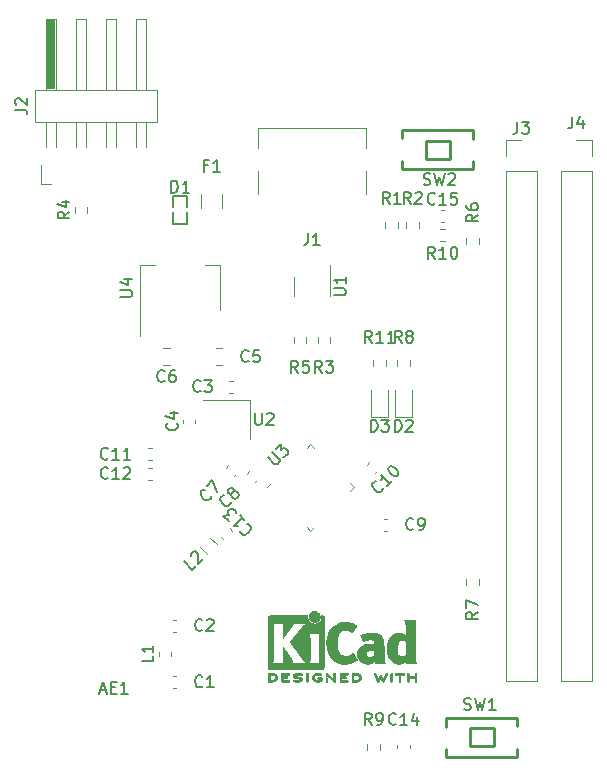
<source format=gbr>
%TF.GenerationSoftware,KiCad,Pcbnew,(6.0.5)*%
%TF.CreationDate,2022-07-08T09:53:05+08:00*%
%TF.ProjectId,ESP32C3,45535033-3243-4332-9e6b-696361645f70,rev?*%
%TF.SameCoordinates,Original*%
%TF.FileFunction,Legend,Top*%
%TF.FilePolarity,Positive*%
%FSLAX46Y46*%
G04 Gerber Fmt 4.6, Leading zero omitted, Abs format (unit mm)*
G04 Created by KiCad (PCBNEW (6.0.5)) date 2022-07-08 09:53:05*
%MOMM*%
%LPD*%
G01*
G04 APERTURE LIST*
%ADD10C,0.150000*%
%ADD11C,0.120000*%
%ADD12C,0.254000*%
%ADD13C,0.010000*%
%ADD14C,0.152000*%
%ADD15R,0.760000X6.000000*%
G04 APERTURE END LIST*
D10*
%TO.C,C15*%
X77335142Y-36933142D02*
X77287523Y-36980761D01*
X77144666Y-37028380D01*
X77049428Y-37028380D01*
X76906571Y-36980761D01*
X76811333Y-36885523D01*
X76763714Y-36790285D01*
X76716095Y-36599809D01*
X76716095Y-36456952D01*
X76763714Y-36266476D01*
X76811333Y-36171238D01*
X76906571Y-36076000D01*
X77049428Y-36028380D01*
X77144666Y-36028380D01*
X77287523Y-36076000D01*
X77335142Y-36123619D01*
X78287523Y-37028380D02*
X77716095Y-37028380D01*
X78001809Y-37028380D02*
X78001809Y-36028380D01*
X77906571Y-36171238D01*
X77811333Y-36266476D01*
X77716095Y-36314095D01*
X79192285Y-36028380D02*
X78716095Y-36028380D01*
X78668476Y-36504571D01*
X78716095Y-36456952D01*
X78811333Y-36409333D01*
X79049428Y-36409333D01*
X79144666Y-36456952D01*
X79192285Y-36504571D01*
X79239904Y-36599809D01*
X79239904Y-36837904D01*
X79192285Y-36933142D01*
X79144666Y-36980761D01*
X79049428Y-37028380D01*
X78811333Y-37028380D01*
X78716095Y-36980761D01*
X78668476Y-36933142D01*
%TO.C,R4*%
X46393380Y-37631666D02*
X45917190Y-37965000D01*
X46393380Y-38203095D02*
X45393380Y-38203095D01*
X45393380Y-37822142D01*
X45441000Y-37726904D01*
X45488619Y-37679285D01*
X45583857Y-37631666D01*
X45726714Y-37631666D01*
X45821952Y-37679285D01*
X45869571Y-37726904D01*
X45917190Y-37822142D01*
X45917190Y-38203095D01*
X45726714Y-36774523D02*
X46393380Y-36774523D01*
X45345761Y-37012619D02*
X46060047Y-37250714D01*
X46060047Y-36631666D01*
%TO.C,C3*%
X57491333Y-52808142D02*
X57443714Y-52855761D01*
X57300857Y-52903380D01*
X57205619Y-52903380D01*
X57062761Y-52855761D01*
X56967523Y-52760523D01*
X56919904Y-52665285D01*
X56872285Y-52474809D01*
X56872285Y-52331952D01*
X56919904Y-52141476D01*
X56967523Y-52046238D01*
X57062761Y-51951000D01*
X57205619Y-51903380D01*
X57300857Y-51903380D01*
X57443714Y-51951000D01*
X57491333Y-51998619D01*
X57824666Y-51903380D02*
X58443714Y-51903380D01*
X58110380Y-52284333D01*
X58253238Y-52284333D01*
X58348476Y-52331952D01*
X58396095Y-52379571D01*
X58443714Y-52474809D01*
X58443714Y-52712904D01*
X58396095Y-52808142D01*
X58348476Y-52855761D01*
X58253238Y-52903380D01*
X57967523Y-52903380D01*
X57872285Y-52855761D01*
X57824666Y-52808142D01*
%TO.C,J4*%
X88972666Y-29575380D02*
X88972666Y-30289666D01*
X88925047Y-30432523D01*
X88829809Y-30527761D01*
X88686952Y-30575380D01*
X88591714Y-30575380D01*
X89877428Y-29908714D02*
X89877428Y-30575380D01*
X89639333Y-29527761D02*
X89401238Y-30242047D01*
X90020285Y-30242047D01*
%TO.C,R3*%
X67778333Y-51252380D02*
X67445000Y-50776190D01*
X67206904Y-51252380D02*
X67206904Y-50252380D01*
X67587857Y-50252380D01*
X67683095Y-50300000D01*
X67730714Y-50347619D01*
X67778333Y-50442857D01*
X67778333Y-50585714D01*
X67730714Y-50680952D01*
X67683095Y-50728571D01*
X67587857Y-50776190D01*
X67206904Y-50776190D01*
X68111666Y-50252380D02*
X68730714Y-50252380D01*
X68397380Y-50633333D01*
X68540238Y-50633333D01*
X68635476Y-50680952D01*
X68683095Y-50728571D01*
X68730714Y-50823809D01*
X68730714Y-51061904D01*
X68683095Y-51157142D01*
X68635476Y-51204761D01*
X68540238Y-51252380D01*
X68254523Y-51252380D01*
X68159285Y-51204761D01*
X68111666Y-51157142D01*
%TO.C,C10*%
X72949970Y-61032106D02*
X72949970Y-61099450D01*
X72882626Y-61234137D01*
X72815283Y-61301480D01*
X72680596Y-61368824D01*
X72545909Y-61368824D01*
X72444894Y-61335152D01*
X72276535Y-61234137D01*
X72175520Y-61133122D01*
X72074504Y-60964763D01*
X72040833Y-60863748D01*
X72040833Y-60729061D01*
X72108176Y-60594374D01*
X72175520Y-60527030D01*
X72310207Y-60459687D01*
X72377550Y-60459687D01*
X73690749Y-60426015D02*
X73286688Y-60830076D01*
X73488718Y-60628045D02*
X72781611Y-59920938D01*
X72815283Y-60089297D01*
X72815283Y-60223984D01*
X72781611Y-60325000D01*
X73421375Y-59281175D02*
X73488718Y-59213832D01*
X73589733Y-59180160D01*
X73657077Y-59180160D01*
X73758092Y-59213832D01*
X73926451Y-59314847D01*
X74094810Y-59483206D01*
X74195825Y-59651564D01*
X74229497Y-59752580D01*
X74229497Y-59819923D01*
X74195825Y-59920938D01*
X74128481Y-59988282D01*
X74027466Y-60021954D01*
X73960123Y-60021954D01*
X73859107Y-59988282D01*
X73690749Y-59887267D01*
X73522390Y-59718908D01*
X73421375Y-59550549D01*
X73387703Y-59449534D01*
X73387703Y-59382190D01*
X73421375Y-59281175D01*
%TO.C,C2*%
X57640333Y-73043142D02*
X57592714Y-73090761D01*
X57449857Y-73138380D01*
X57354619Y-73138380D01*
X57211761Y-73090761D01*
X57116523Y-72995523D01*
X57068904Y-72900285D01*
X57021285Y-72709809D01*
X57021285Y-72566952D01*
X57068904Y-72376476D01*
X57116523Y-72281238D01*
X57211761Y-72186000D01*
X57354619Y-72138380D01*
X57449857Y-72138380D01*
X57592714Y-72186000D01*
X57640333Y-72233619D01*
X58021285Y-72233619D02*
X58068904Y-72186000D01*
X58164142Y-72138380D01*
X58402238Y-72138380D01*
X58497476Y-72186000D01*
X58545095Y-72233619D01*
X58592714Y-72328857D01*
X58592714Y-72424095D01*
X58545095Y-72566952D01*
X57973666Y-73138380D01*
X58592714Y-73138380D01*
%TO.C,R6*%
X80970380Y-37885666D02*
X80494190Y-38219000D01*
X80970380Y-38457095D02*
X79970380Y-38457095D01*
X79970380Y-38076142D01*
X80018000Y-37980904D01*
X80065619Y-37933285D01*
X80160857Y-37885666D01*
X80303714Y-37885666D01*
X80398952Y-37933285D01*
X80446571Y-37980904D01*
X80494190Y-38076142D01*
X80494190Y-38457095D01*
X79970380Y-37028523D02*
X79970380Y-37219000D01*
X80018000Y-37314238D01*
X80065619Y-37361857D01*
X80208476Y-37457095D01*
X80398952Y-37504714D01*
X80779904Y-37504714D01*
X80875142Y-37457095D01*
X80922761Y-37409476D01*
X80970380Y-37314238D01*
X80970380Y-37123761D01*
X80922761Y-37028523D01*
X80875142Y-36980904D01*
X80779904Y-36933285D01*
X80541809Y-36933285D01*
X80446571Y-36980904D01*
X80398952Y-37028523D01*
X80351333Y-37123761D01*
X80351333Y-37314238D01*
X80398952Y-37409476D01*
X80446571Y-37457095D01*
X80541809Y-37504714D01*
%TO.C,SW2*%
X76390666Y-35329761D02*
X76533523Y-35377380D01*
X76771619Y-35377380D01*
X76866857Y-35329761D01*
X76914476Y-35282142D01*
X76962095Y-35186904D01*
X76962095Y-35091666D01*
X76914476Y-34996428D01*
X76866857Y-34948809D01*
X76771619Y-34901190D01*
X76581142Y-34853571D01*
X76485904Y-34805952D01*
X76438285Y-34758333D01*
X76390666Y-34663095D01*
X76390666Y-34567857D01*
X76438285Y-34472619D01*
X76485904Y-34425000D01*
X76581142Y-34377380D01*
X76819238Y-34377380D01*
X76962095Y-34425000D01*
X77295428Y-34377380D02*
X77533523Y-35377380D01*
X77724000Y-34663095D01*
X77914476Y-35377380D01*
X78152571Y-34377380D01*
X78485904Y-34472619D02*
X78533523Y-34425000D01*
X78628761Y-34377380D01*
X78866857Y-34377380D01*
X78962095Y-34425000D01*
X79009714Y-34472619D01*
X79057333Y-34567857D01*
X79057333Y-34663095D01*
X79009714Y-34805952D01*
X78438285Y-35377380D01*
X79057333Y-35377380D01*
%TO.C,R1*%
X73493333Y-36964380D02*
X73160000Y-36488190D01*
X72921904Y-36964380D02*
X72921904Y-35964380D01*
X73302857Y-35964380D01*
X73398095Y-36012000D01*
X73445714Y-36059619D01*
X73493333Y-36154857D01*
X73493333Y-36297714D01*
X73445714Y-36392952D01*
X73398095Y-36440571D01*
X73302857Y-36488190D01*
X72921904Y-36488190D01*
X74445714Y-36964380D02*
X73874285Y-36964380D01*
X74160000Y-36964380D02*
X74160000Y-35964380D01*
X74064761Y-36107238D01*
X73969523Y-36202476D01*
X73874285Y-36250095D01*
%TO.C,R10*%
X77335142Y-41600380D02*
X77001809Y-41124190D01*
X76763714Y-41600380D02*
X76763714Y-40600380D01*
X77144666Y-40600380D01*
X77239904Y-40648000D01*
X77287523Y-40695619D01*
X77335142Y-40790857D01*
X77335142Y-40933714D01*
X77287523Y-41028952D01*
X77239904Y-41076571D01*
X77144666Y-41124190D01*
X76763714Y-41124190D01*
X78287523Y-41600380D02*
X77716095Y-41600380D01*
X78001809Y-41600380D02*
X78001809Y-40600380D01*
X77906571Y-40743238D01*
X77811333Y-40838476D01*
X77716095Y-40886095D01*
X78906571Y-40600380D02*
X79001809Y-40600380D01*
X79097047Y-40648000D01*
X79144666Y-40695619D01*
X79192285Y-40790857D01*
X79239904Y-40981333D01*
X79239904Y-41219428D01*
X79192285Y-41409904D01*
X79144666Y-41505142D01*
X79097047Y-41552761D01*
X79001809Y-41600380D01*
X78906571Y-41600380D01*
X78811333Y-41552761D01*
X78763714Y-41505142D01*
X78716095Y-41409904D01*
X78668476Y-41219428D01*
X78668476Y-40981333D01*
X78716095Y-40790857D01*
X78763714Y-40695619D01*
X78811333Y-40648000D01*
X78906571Y-40600380D01*
%TO.C,U1*%
X68781380Y-44703904D02*
X69590904Y-44703904D01*
X69686142Y-44656285D01*
X69733761Y-44608666D01*
X69781380Y-44513428D01*
X69781380Y-44322952D01*
X69733761Y-44227714D01*
X69686142Y-44180095D01*
X69590904Y-44132476D01*
X68781380Y-44132476D01*
X69781380Y-43132476D02*
X69781380Y-43703904D01*
X69781380Y-43418190D02*
X68781380Y-43418190D01*
X68924238Y-43513428D01*
X69019476Y-43608666D01*
X69067095Y-43703904D01*
%TO.C,C9*%
X75512333Y-64492142D02*
X75464714Y-64539761D01*
X75321857Y-64587380D01*
X75226619Y-64587380D01*
X75083761Y-64539761D01*
X74988523Y-64444523D01*
X74940904Y-64349285D01*
X74893285Y-64158809D01*
X74893285Y-64015952D01*
X74940904Y-63825476D01*
X74988523Y-63730238D01*
X75083761Y-63635000D01*
X75226619Y-63587380D01*
X75321857Y-63587380D01*
X75464714Y-63635000D01*
X75512333Y-63682619D01*
X75988523Y-64587380D02*
X76179000Y-64587380D01*
X76274238Y-64539761D01*
X76321857Y-64492142D01*
X76417095Y-64349285D01*
X76464714Y-64158809D01*
X76464714Y-63777857D01*
X76417095Y-63682619D01*
X76369476Y-63635000D01*
X76274238Y-63587380D01*
X76083761Y-63587380D01*
X75988523Y-63635000D01*
X75940904Y-63682619D01*
X75893285Y-63777857D01*
X75893285Y-64015952D01*
X75940904Y-64111190D01*
X75988523Y-64158809D01*
X76083761Y-64206428D01*
X76274238Y-64206428D01*
X76369476Y-64158809D01*
X76417095Y-64111190D01*
X76464714Y-64015952D01*
%TO.C,C8*%
X60078687Y-62219388D02*
X60078687Y-62286731D01*
X60011343Y-62421418D01*
X59944000Y-62488762D01*
X59809312Y-62556105D01*
X59674625Y-62556105D01*
X59573610Y-62522434D01*
X59405251Y-62421418D01*
X59304236Y-62320403D01*
X59203221Y-62152044D01*
X59169549Y-62051029D01*
X59169549Y-61916342D01*
X59236893Y-61781655D01*
X59304236Y-61714311D01*
X59438923Y-61646968D01*
X59506267Y-61646968D01*
X60146030Y-61478609D02*
X60045015Y-61512281D01*
X59977671Y-61512281D01*
X59876656Y-61478609D01*
X59842984Y-61444937D01*
X59809312Y-61343922D01*
X59809312Y-61276579D01*
X59842984Y-61175563D01*
X59977671Y-61040876D01*
X60078687Y-61007205D01*
X60146030Y-61007205D01*
X60247045Y-61040876D01*
X60280717Y-61074548D01*
X60314389Y-61175563D01*
X60314389Y-61242907D01*
X60280717Y-61343922D01*
X60146030Y-61478609D01*
X60112358Y-61579624D01*
X60112358Y-61646968D01*
X60146030Y-61747983D01*
X60280717Y-61882670D01*
X60381732Y-61916342D01*
X60449076Y-61916342D01*
X60550091Y-61882670D01*
X60684778Y-61747983D01*
X60718450Y-61646968D01*
X60718450Y-61579624D01*
X60684778Y-61478609D01*
X60550091Y-61343922D01*
X60449076Y-61310250D01*
X60381732Y-61310250D01*
X60280717Y-61343922D01*
%TO.C,J1*%
X66595666Y-39457380D02*
X66595666Y-40171666D01*
X66548047Y-40314523D01*
X66452809Y-40409761D01*
X66309952Y-40457380D01*
X66214714Y-40457380D01*
X67595666Y-40457380D02*
X67024238Y-40457380D01*
X67309952Y-40457380D02*
X67309952Y-39457380D01*
X67214714Y-39600238D01*
X67119476Y-39695476D01*
X67024238Y-39743095D01*
%TO.C,C12*%
X49649142Y-60174142D02*
X49601523Y-60221761D01*
X49458666Y-60269380D01*
X49363428Y-60269380D01*
X49220571Y-60221761D01*
X49125333Y-60126523D01*
X49077714Y-60031285D01*
X49030095Y-59840809D01*
X49030095Y-59697952D01*
X49077714Y-59507476D01*
X49125333Y-59412238D01*
X49220571Y-59317000D01*
X49363428Y-59269380D01*
X49458666Y-59269380D01*
X49601523Y-59317000D01*
X49649142Y-59364619D01*
X50601523Y-60269380D02*
X50030095Y-60269380D01*
X50315809Y-60269380D02*
X50315809Y-59269380D01*
X50220571Y-59412238D01*
X50125333Y-59507476D01*
X50030095Y-59555095D01*
X50982476Y-59364619D02*
X51030095Y-59317000D01*
X51125333Y-59269380D01*
X51363428Y-59269380D01*
X51458666Y-59317000D01*
X51506285Y-59364619D01*
X51553904Y-59459857D01*
X51553904Y-59555095D01*
X51506285Y-59697952D01*
X50934857Y-60269380D01*
X51553904Y-60269380D01*
%TO.C,C11*%
X49649142Y-58523142D02*
X49601523Y-58570761D01*
X49458666Y-58618380D01*
X49363428Y-58618380D01*
X49220571Y-58570761D01*
X49125333Y-58475523D01*
X49077714Y-58380285D01*
X49030095Y-58189809D01*
X49030095Y-58046952D01*
X49077714Y-57856476D01*
X49125333Y-57761238D01*
X49220571Y-57666000D01*
X49363428Y-57618380D01*
X49458666Y-57618380D01*
X49601523Y-57666000D01*
X49649142Y-57713619D01*
X50601523Y-58618380D02*
X50030095Y-58618380D01*
X50315809Y-58618380D02*
X50315809Y-57618380D01*
X50220571Y-57761238D01*
X50125333Y-57856476D01*
X50030095Y-57904095D01*
X51553904Y-58618380D02*
X50982476Y-58618380D01*
X51268190Y-58618380D02*
X51268190Y-57618380D01*
X51172952Y-57761238D01*
X51077714Y-57856476D01*
X50982476Y-57904095D01*
%TO.C,U2*%
X62103095Y-54697380D02*
X62103095Y-55506904D01*
X62150714Y-55602142D01*
X62198333Y-55649761D01*
X62293571Y-55697380D01*
X62484047Y-55697380D01*
X62579285Y-55649761D01*
X62626904Y-55602142D01*
X62674523Y-55506904D01*
X62674523Y-54697380D01*
X63103095Y-54792619D02*
X63150714Y-54745000D01*
X63245952Y-54697380D01*
X63484047Y-54697380D01*
X63579285Y-54745000D01*
X63626904Y-54792619D01*
X63674523Y-54887857D01*
X63674523Y-54983095D01*
X63626904Y-55125952D01*
X63055476Y-55697380D01*
X63674523Y-55697380D01*
%TO.C,J3*%
X84322666Y-30015380D02*
X84322666Y-30729666D01*
X84275047Y-30872523D01*
X84179809Y-30967761D01*
X84036952Y-31015380D01*
X83941714Y-31015380D01*
X84703619Y-30015380D02*
X85322666Y-30015380D01*
X84989333Y-30396333D01*
X85132190Y-30396333D01*
X85227428Y-30443952D01*
X85275047Y-30491571D01*
X85322666Y-30586809D01*
X85322666Y-30824904D01*
X85275047Y-30920142D01*
X85227428Y-30967761D01*
X85132190Y-31015380D01*
X84846476Y-31015380D01*
X84751238Y-30967761D01*
X84703619Y-30920142D01*
%TO.C,R2*%
X75271333Y-36964380D02*
X74938000Y-36488190D01*
X74699904Y-36964380D02*
X74699904Y-35964380D01*
X75080857Y-35964380D01*
X75176095Y-36012000D01*
X75223714Y-36059619D01*
X75271333Y-36154857D01*
X75271333Y-36297714D01*
X75223714Y-36392952D01*
X75176095Y-36440571D01*
X75080857Y-36488190D01*
X74699904Y-36488190D01*
X75652285Y-36059619D02*
X75699904Y-36012000D01*
X75795142Y-35964380D01*
X76033238Y-35964380D01*
X76128476Y-36012000D01*
X76176095Y-36059619D01*
X76223714Y-36154857D01*
X76223714Y-36250095D01*
X76176095Y-36392952D01*
X75604666Y-36964380D01*
X76223714Y-36964380D01*
%TO.C,D1*%
X55014904Y-36012380D02*
X55014904Y-35012380D01*
X55253000Y-35012380D01*
X55395857Y-35060000D01*
X55491095Y-35155238D01*
X55538714Y-35250476D01*
X55586333Y-35440952D01*
X55586333Y-35583809D01*
X55538714Y-35774285D01*
X55491095Y-35869523D01*
X55395857Y-35964761D01*
X55253000Y-36012380D01*
X55014904Y-36012380D01*
X56538714Y-36012380D02*
X55967285Y-36012380D01*
X56253000Y-36012380D02*
X56253000Y-35012380D01*
X56157761Y-35155238D01*
X56062523Y-35250476D01*
X55967285Y-35298095D01*
%TO.C,D2*%
X73937904Y-56244380D02*
X73937904Y-55244380D01*
X74176000Y-55244380D01*
X74318857Y-55292000D01*
X74414095Y-55387238D01*
X74461714Y-55482476D01*
X74509333Y-55672952D01*
X74509333Y-55815809D01*
X74461714Y-56006285D01*
X74414095Y-56101523D01*
X74318857Y-56196761D01*
X74176000Y-56244380D01*
X73937904Y-56244380D01*
X74890285Y-55339619D02*
X74937904Y-55292000D01*
X75033142Y-55244380D01*
X75271238Y-55244380D01*
X75366476Y-55292000D01*
X75414095Y-55339619D01*
X75461714Y-55434857D01*
X75461714Y-55530095D01*
X75414095Y-55672952D01*
X74842666Y-56244380D01*
X75461714Y-56244380D01*
%TO.C,U3*%
X63174878Y-58410374D02*
X63747298Y-58982794D01*
X63848313Y-59016466D01*
X63915657Y-59016466D01*
X64016672Y-58982794D01*
X64151359Y-58848107D01*
X64185031Y-58747092D01*
X64185031Y-58679748D01*
X64151359Y-58578733D01*
X63578939Y-58006313D01*
X63848313Y-57736939D02*
X64286046Y-57299207D01*
X64319718Y-57804283D01*
X64420733Y-57703268D01*
X64521748Y-57669596D01*
X64589092Y-57669596D01*
X64690107Y-57703268D01*
X64858466Y-57871626D01*
X64892138Y-57972642D01*
X64892138Y-58039985D01*
X64858466Y-58141000D01*
X64656435Y-58343031D01*
X64555420Y-58376703D01*
X64488077Y-58376703D01*
%TO.C,C6*%
X54443333Y-51948142D02*
X54395714Y-51995761D01*
X54252857Y-52043380D01*
X54157619Y-52043380D01*
X54014761Y-51995761D01*
X53919523Y-51900523D01*
X53871904Y-51805285D01*
X53824285Y-51614809D01*
X53824285Y-51471952D01*
X53871904Y-51281476D01*
X53919523Y-51186238D01*
X54014761Y-51091000D01*
X54157619Y-51043380D01*
X54252857Y-51043380D01*
X54395714Y-51091000D01*
X54443333Y-51138619D01*
X55300476Y-51043380D02*
X55110000Y-51043380D01*
X55014761Y-51091000D01*
X54967142Y-51138619D01*
X54871904Y-51281476D01*
X54824285Y-51471952D01*
X54824285Y-51852904D01*
X54871904Y-51948142D01*
X54919523Y-51995761D01*
X55014761Y-52043380D01*
X55205238Y-52043380D01*
X55300476Y-51995761D01*
X55348095Y-51948142D01*
X55395714Y-51852904D01*
X55395714Y-51614809D01*
X55348095Y-51519571D01*
X55300476Y-51471952D01*
X55205238Y-51424333D01*
X55014761Y-51424333D01*
X54919523Y-51471952D01*
X54871904Y-51519571D01*
X54824285Y-51614809D01*
%TO.C,U4*%
X50705380Y-44830904D02*
X51514904Y-44830904D01*
X51610142Y-44783285D01*
X51657761Y-44735666D01*
X51705380Y-44640428D01*
X51705380Y-44449952D01*
X51657761Y-44354714D01*
X51610142Y-44307095D01*
X51514904Y-44259476D01*
X50705380Y-44259476D01*
X51038714Y-43354714D02*
X51705380Y-43354714D01*
X50657761Y-43592809D02*
X51372047Y-43830904D01*
X51372047Y-43211857D01*
%TO.C,R8*%
X74509333Y-48712380D02*
X74176000Y-48236190D01*
X73937904Y-48712380D02*
X73937904Y-47712380D01*
X74318857Y-47712380D01*
X74414095Y-47760000D01*
X74461714Y-47807619D01*
X74509333Y-47902857D01*
X74509333Y-48045714D01*
X74461714Y-48140952D01*
X74414095Y-48188571D01*
X74318857Y-48236190D01*
X73937904Y-48236190D01*
X75080761Y-48140952D02*
X74985523Y-48093333D01*
X74937904Y-48045714D01*
X74890285Y-47950476D01*
X74890285Y-47902857D01*
X74937904Y-47807619D01*
X74985523Y-47760000D01*
X75080761Y-47712380D01*
X75271238Y-47712380D01*
X75366476Y-47760000D01*
X75414095Y-47807619D01*
X75461714Y-47902857D01*
X75461714Y-47950476D01*
X75414095Y-48045714D01*
X75366476Y-48093333D01*
X75271238Y-48140952D01*
X75080761Y-48140952D01*
X74985523Y-48188571D01*
X74937904Y-48236190D01*
X74890285Y-48331428D01*
X74890285Y-48521904D01*
X74937904Y-48617142D01*
X74985523Y-48664761D01*
X75080761Y-48712380D01*
X75271238Y-48712380D01*
X75366476Y-48664761D01*
X75414095Y-48617142D01*
X75461714Y-48521904D01*
X75461714Y-48331428D01*
X75414095Y-48236190D01*
X75366476Y-48188571D01*
X75271238Y-48140952D01*
%TO.C,R7*%
X80970380Y-71540666D02*
X80494190Y-71874000D01*
X80970380Y-72112095D02*
X79970380Y-72112095D01*
X79970380Y-71731142D01*
X80018000Y-71635904D01*
X80065619Y-71588285D01*
X80160857Y-71540666D01*
X80303714Y-71540666D01*
X80398952Y-71588285D01*
X80446571Y-71635904D01*
X80494190Y-71731142D01*
X80494190Y-72112095D01*
X79970380Y-71207333D02*
X79970380Y-70540666D01*
X80970380Y-70969238D01*
%TO.C,L2*%
X57098029Y-67607968D02*
X56761311Y-67944686D01*
X56054205Y-67237579D01*
X56660296Y-66766174D02*
X56660296Y-66698831D01*
X56693968Y-66597816D01*
X56862327Y-66429457D01*
X56963342Y-66395785D01*
X57030686Y-66395785D01*
X57131701Y-66429457D01*
X57199044Y-66496800D01*
X57266388Y-66631487D01*
X57266388Y-67439610D01*
X57704121Y-67001877D01*
%TO.C,C4*%
X55475142Y-55538666D02*
X55522761Y-55586285D01*
X55570380Y-55729142D01*
X55570380Y-55824380D01*
X55522761Y-55967238D01*
X55427523Y-56062476D01*
X55332285Y-56110095D01*
X55141809Y-56157714D01*
X54998952Y-56157714D01*
X54808476Y-56110095D01*
X54713238Y-56062476D01*
X54618000Y-55967238D01*
X54570380Y-55824380D01*
X54570380Y-55729142D01*
X54618000Y-55586285D01*
X54665619Y-55538666D01*
X54903714Y-54681523D02*
X55570380Y-54681523D01*
X54522761Y-54919619D02*
X55237047Y-55157714D01*
X55237047Y-54538666D01*
%TO.C,J2*%
X41813380Y-29007333D02*
X42527666Y-29007333D01*
X42670523Y-29054952D01*
X42765761Y-29150190D01*
X42813380Y-29293047D01*
X42813380Y-29388285D01*
X41908619Y-28578761D02*
X41861000Y-28531142D01*
X41813380Y-28435904D01*
X41813380Y-28197809D01*
X41861000Y-28102571D01*
X41908619Y-28054952D01*
X42003857Y-28007333D01*
X42099095Y-28007333D01*
X42241952Y-28054952D01*
X42813380Y-28626380D01*
X42813380Y-28007333D01*
%TO.C,C14*%
X74033142Y-81002142D02*
X73985523Y-81049761D01*
X73842666Y-81097380D01*
X73747428Y-81097380D01*
X73604571Y-81049761D01*
X73509333Y-80954523D01*
X73461714Y-80859285D01*
X73414095Y-80668809D01*
X73414095Y-80525952D01*
X73461714Y-80335476D01*
X73509333Y-80240238D01*
X73604571Y-80145000D01*
X73747428Y-80097380D01*
X73842666Y-80097380D01*
X73985523Y-80145000D01*
X74033142Y-80192619D01*
X74985523Y-81097380D02*
X74414095Y-81097380D01*
X74699809Y-81097380D02*
X74699809Y-80097380D01*
X74604571Y-80240238D01*
X74509333Y-80335476D01*
X74414095Y-80383095D01*
X75842666Y-80430714D02*
X75842666Y-81097380D01*
X75604571Y-80049761D02*
X75366476Y-80764047D01*
X75985523Y-80764047D01*
%TO.C,C7*%
X58409636Y-61729440D02*
X58409636Y-61796783D01*
X58342292Y-61931470D01*
X58274949Y-61998814D01*
X58140261Y-62066157D01*
X58005574Y-62066157D01*
X57904559Y-62032486D01*
X57736200Y-61931470D01*
X57635185Y-61830455D01*
X57534170Y-61662096D01*
X57500498Y-61561081D01*
X57500498Y-61426394D01*
X57567842Y-61291707D01*
X57635185Y-61224363D01*
X57769872Y-61157020D01*
X57837216Y-61157020D01*
X58005574Y-60853974D02*
X58476979Y-60382570D01*
X58881040Y-61392722D01*
%TO.C,C13*%
X61413106Y-64083030D02*
X61480450Y-64083030D01*
X61615137Y-64150374D01*
X61682480Y-64217717D01*
X61749824Y-64352404D01*
X61749824Y-64487091D01*
X61716152Y-64588106D01*
X61615137Y-64756465D01*
X61514122Y-64857480D01*
X61345763Y-64958496D01*
X61244748Y-64992167D01*
X61110061Y-64992167D01*
X60975374Y-64924824D01*
X60908030Y-64857480D01*
X60840687Y-64722793D01*
X60840687Y-64655450D01*
X60807015Y-63342251D02*
X61211076Y-63746312D01*
X61009045Y-63544282D02*
X60301938Y-64251389D01*
X60470297Y-64217717D01*
X60604984Y-64217717D01*
X60706000Y-64251389D01*
X59864206Y-63813656D02*
X59426473Y-63375923D01*
X59931549Y-63342251D01*
X59830534Y-63241236D01*
X59796862Y-63140221D01*
X59796862Y-63072877D01*
X59830534Y-62971862D01*
X59998893Y-62803503D01*
X60099908Y-62769832D01*
X60167251Y-62769832D01*
X60268267Y-62803503D01*
X60470297Y-63005534D01*
X60503969Y-63106549D01*
X60503969Y-63173893D01*
%TO.C,C1*%
X57640333Y-77801642D02*
X57592714Y-77849261D01*
X57449857Y-77896880D01*
X57354619Y-77896880D01*
X57211761Y-77849261D01*
X57116523Y-77754023D01*
X57068904Y-77658785D01*
X57021285Y-77468309D01*
X57021285Y-77325452D01*
X57068904Y-77134976D01*
X57116523Y-77039738D01*
X57211761Y-76944500D01*
X57354619Y-76896880D01*
X57449857Y-76896880D01*
X57592714Y-76944500D01*
X57640333Y-76992119D01*
X58592714Y-77896880D02*
X58021285Y-77896880D01*
X58307000Y-77896880D02*
X58307000Y-76896880D01*
X58211761Y-77039738D01*
X58116523Y-77134976D01*
X58021285Y-77182595D01*
%TO.C,F1*%
X58086666Y-33710571D02*
X57753333Y-33710571D01*
X57753333Y-34234380D02*
X57753333Y-33234380D01*
X58229523Y-33234380D01*
X59134285Y-34234380D02*
X58562857Y-34234380D01*
X58848571Y-34234380D02*
X58848571Y-33234380D01*
X58753333Y-33377238D01*
X58658095Y-33472476D01*
X58562857Y-33520095D01*
%TO.C,C5*%
X61555333Y-50268142D02*
X61507714Y-50315761D01*
X61364857Y-50363380D01*
X61269619Y-50363380D01*
X61126761Y-50315761D01*
X61031523Y-50220523D01*
X60983904Y-50125285D01*
X60936285Y-49934809D01*
X60936285Y-49791952D01*
X60983904Y-49601476D01*
X61031523Y-49506238D01*
X61126761Y-49411000D01*
X61269619Y-49363380D01*
X61364857Y-49363380D01*
X61507714Y-49411000D01*
X61555333Y-49458619D01*
X62460095Y-49363380D02*
X61983904Y-49363380D01*
X61936285Y-49839571D01*
X61983904Y-49791952D01*
X62079142Y-49744333D01*
X62317238Y-49744333D01*
X62412476Y-49791952D01*
X62460095Y-49839571D01*
X62507714Y-49934809D01*
X62507714Y-50172904D01*
X62460095Y-50268142D01*
X62412476Y-50315761D01*
X62317238Y-50363380D01*
X62079142Y-50363380D01*
X61983904Y-50315761D01*
X61936285Y-50268142D01*
%TO.C,AE1*%
X48998333Y-78144666D02*
X49474523Y-78144666D01*
X48903095Y-78430380D02*
X49236428Y-77430380D01*
X49569761Y-78430380D01*
X49903095Y-77906571D02*
X50236428Y-77906571D01*
X50379285Y-78430380D02*
X49903095Y-78430380D01*
X49903095Y-77430380D01*
X50379285Y-77430380D01*
X51331666Y-78430380D02*
X50760238Y-78430380D01*
X51045952Y-78430380D02*
X51045952Y-77430380D01*
X50950714Y-77573238D01*
X50855476Y-77668476D01*
X50760238Y-77716095D01*
%TO.C,L1*%
X53505380Y-75223666D02*
X53505380Y-75699857D01*
X52505380Y-75699857D01*
X53505380Y-74366523D02*
X53505380Y-74937952D01*
X53505380Y-74652238D02*
X52505380Y-74652238D01*
X52648238Y-74747476D01*
X52743476Y-74842714D01*
X52791095Y-74937952D01*
%TO.C,SW1*%
X79819666Y-79779761D02*
X79962523Y-79827380D01*
X80200619Y-79827380D01*
X80295857Y-79779761D01*
X80343476Y-79732142D01*
X80391095Y-79636904D01*
X80391095Y-79541666D01*
X80343476Y-79446428D01*
X80295857Y-79398809D01*
X80200619Y-79351190D01*
X80010142Y-79303571D01*
X79914904Y-79255952D01*
X79867285Y-79208333D01*
X79819666Y-79113095D01*
X79819666Y-79017857D01*
X79867285Y-78922619D01*
X79914904Y-78875000D01*
X80010142Y-78827380D01*
X80248238Y-78827380D01*
X80391095Y-78875000D01*
X80724428Y-78827380D02*
X80962523Y-79827380D01*
X81153000Y-79113095D01*
X81343476Y-79827380D01*
X81581571Y-78827380D01*
X82486333Y-79827380D02*
X81914904Y-79827380D01*
X82200619Y-79827380D02*
X82200619Y-78827380D01*
X82105380Y-78970238D01*
X82010142Y-79065476D01*
X81914904Y-79113095D01*
%TO.C,R9*%
X71969333Y-81097380D02*
X71636000Y-80621190D01*
X71397904Y-81097380D02*
X71397904Y-80097380D01*
X71778857Y-80097380D01*
X71874095Y-80145000D01*
X71921714Y-80192619D01*
X71969333Y-80287857D01*
X71969333Y-80430714D01*
X71921714Y-80525952D01*
X71874095Y-80573571D01*
X71778857Y-80621190D01*
X71397904Y-80621190D01*
X72445523Y-81097380D02*
X72636000Y-81097380D01*
X72731238Y-81049761D01*
X72778857Y-81002142D01*
X72874095Y-80859285D01*
X72921714Y-80668809D01*
X72921714Y-80287857D01*
X72874095Y-80192619D01*
X72826476Y-80145000D01*
X72731238Y-80097380D01*
X72540761Y-80097380D01*
X72445523Y-80145000D01*
X72397904Y-80192619D01*
X72350285Y-80287857D01*
X72350285Y-80525952D01*
X72397904Y-80621190D01*
X72445523Y-80668809D01*
X72540761Y-80716428D01*
X72731238Y-80716428D01*
X72826476Y-80668809D01*
X72874095Y-80621190D01*
X72921714Y-80525952D01*
%TO.C,R5*%
X65746333Y-51252380D02*
X65413000Y-50776190D01*
X65174904Y-51252380D02*
X65174904Y-50252380D01*
X65555857Y-50252380D01*
X65651095Y-50300000D01*
X65698714Y-50347619D01*
X65746333Y-50442857D01*
X65746333Y-50585714D01*
X65698714Y-50680952D01*
X65651095Y-50728571D01*
X65555857Y-50776190D01*
X65174904Y-50776190D01*
X66651095Y-50252380D02*
X66174904Y-50252380D01*
X66127285Y-50728571D01*
X66174904Y-50680952D01*
X66270142Y-50633333D01*
X66508238Y-50633333D01*
X66603476Y-50680952D01*
X66651095Y-50728571D01*
X66698714Y-50823809D01*
X66698714Y-51061904D01*
X66651095Y-51157142D01*
X66603476Y-51204761D01*
X66508238Y-51252380D01*
X66270142Y-51252380D01*
X66174904Y-51204761D01*
X66127285Y-51157142D01*
%TO.C,D3*%
X71905904Y-56244380D02*
X71905904Y-55244380D01*
X72144000Y-55244380D01*
X72286857Y-55292000D01*
X72382095Y-55387238D01*
X72429714Y-55482476D01*
X72477333Y-55672952D01*
X72477333Y-55815809D01*
X72429714Y-56006285D01*
X72382095Y-56101523D01*
X72286857Y-56196761D01*
X72144000Y-56244380D01*
X71905904Y-56244380D01*
X72810666Y-55244380D02*
X73429714Y-55244380D01*
X73096380Y-55625333D01*
X73239238Y-55625333D01*
X73334476Y-55672952D01*
X73382095Y-55720571D01*
X73429714Y-55815809D01*
X73429714Y-56053904D01*
X73382095Y-56149142D01*
X73334476Y-56196761D01*
X73239238Y-56244380D01*
X72953523Y-56244380D01*
X72858285Y-56196761D01*
X72810666Y-56149142D01*
%TO.C,R11*%
X72001142Y-48712380D02*
X71667809Y-48236190D01*
X71429714Y-48712380D02*
X71429714Y-47712380D01*
X71810666Y-47712380D01*
X71905904Y-47760000D01*
X71953523Y-47807619D01*
X72001142Y-47902857D01*
X72001142Y-48045714D01*
X71953523Y-48140952D01*
X71905904Y-48188571D01*
X71810666Y-48236190D01*
X71429714Y-48236190D01*
X72953523Y-48712380D02*
X72382095Y-48712380D01*
X72667809Y-48712380D02*
X72667809Y-47712380D01*
X72572571Y-47855238D01*
X72477333Y-47950476D01*
X72382095Y-47998095D01*
X73905904Y-48712380D02*
X73334476Y-48712380D01*
X73620190Y-48712380D02*
X73620190Y-47712380D01*
X73524952Y-47855238D01*
X73429714Y-47950476D01*
X73334476Y-47998095D01*
D11*
%TO.C,C15*%
X78118580Y-38483000D02*
X77837420Y-38483000D01*
X78118580Y-37463000D02*
X77837420Y-37463000D01*
%TO.C,R4*%
X47893500Y-37702258D02*
X47893500Y-37227742D01*
X46848500Y-37702258D02*
X46848500Y-37227742D01*
%TO.C,C3*%
X60211580Y-52961000D02*
X59930420Y-52961000D01*
X60211580Y-51941000D02*
X59930420Y-51941000D01*
%TO.C,J4*%
X89306000Y-31563000D02*
X90636000Y-31563000D01*
X90636000Y-34163000D02*
X90636000Y-77403000D01*
X87976000Y-34163000D02*
X87976000Y-77403000D01*
X87976000Y-77403000D02*
X90636000Y-77403000D01*
X87976000Y-34163000D02*
X90636000Y-34163000D01*
X90636000Y-31563000D02*
X90636000Y-32893000D01*
%TO.C,R3*%
X67422500Y-48276742D02*
X67422500Y-48751258D01*
X68467500Y-48276742D02*
X68467500Y-48751258D01*
%TO.C,C10*%
X71548970Y-59047781D02*
X71747781Y-58848970D01*
X72270219Y-59769030D02*
X72469030Y-59570219D01*
%TO.C,C2*%
X55126420Y-73196000D02*
X55407580Y-73196000D01*
X55126420Y-72176000D02*
X55407580Y-72176000D01*
%TO.C,R6*%
X79995500Y-40369258D02*
X79995500Y-39894742D01*
X81040500Y-40369258D02*
X81040500Y-39894742D01*
D12*
%TO.C,SW2*%
X80587000Y-34053000D02*
X74587000Y-34053000D01*
X74587000Y-30753000D02*
X80587000Y-30753000D01*
X74587000Y-30753000D02*
X74587000Y-31404000D01*
X78603000Y-31641000D02*
X78603000Y-33165000D01*
X76571000Y-33165000D02*
X76571000Y-31641000D01*
X74587000Y-33366000D02*
X74587000Y-34053000D01*
X80587000Y-34053000D02*
X80587000Y-33320000D01*
X76571000Y-31641000D02*
X78603000Y-31641000D01*
X78603000Y-33165000D02*
X76571000Y-33165000D01*
X80587000Y-31450000D02*
X80587000Y-30753000D01*
D11*
%TO.C,R1*%
X74182500Y-38497742D02*
X74182500Y-38972258D01*
X73137500Y-38497742D02*
X73137500Y-38972258D01*
%TO.C,R10*%
X77740742Y-40146500D02*
X78215258Y-40146500D01*
X77740742Y-39101500D02*
X78215258Y-39101500D01*
%TO.C,U1*%
X68489000Y-43942000D02*
X68489000Y-44742000D01*
X68489000Y-43942000D02*
X68489000Y-42142000D01*
X65369000Y-43942000D02*
X65369000Y-44742000D01*
X65369000Y-43942000D02*
X65369000Y-43142000D01*
%TO.C,C9*%
X73011420Y-63625000D02*
X73292580Y-63625000D01*
X73011420Y-64645000D02*
X73292580Y-64645000D01*
%TO.C,REF\u002A\u002A*%
G36*
X66545178Y-76713645D02*
G01*
X66551758Y-76721218D01*
X66556921Y-76730987D01*
X66560836Y-76745571D01*
X66563676Y-76767585D01*
X66565613Y-76799648D01*
X66566817Y-76844375D01*
X66567461Y-76904385D01*
X66567716Y-76982294D01*
X66567755Y-77057956D01*
X66567686Y-77151802D01*
X66567362Y-77225689D01*
X66566614Y-77282232D01*
X66565268Y-77324049D01*
X66563154Y-77353757D01*
X66560100Y-77373973D01*
X66555934Y-77387314D01*
X66550484Y-77396398D01*
X66545178Y-77402267D01*
X66512174Y-77421947D01*
X66477009Y-77420181D01*
X66445545Y-77398717D01*
X66438316Y-77390337D01*
X66432666Y-77380614D01*
X66428401Y-77366861D01*
X66425327Y-77346389D01*
X66423248Y-77316512D01*
X66421970Y-77274541D01*
X66421299Y-77217789D01*
X66421041Y-77143567D01*
X66421000Y-77059537D01*
X66421000Y-76746485D01*
X66448709Y-76718776D01*
X66482863Y-76695463D01*
X66515994Y-76694623D01*
X66545178Y-76713645D01*
G37*
D13*
X66545178Y-76713645D02*
X66551758Y-76721218D01*
X66556921Y-76730987D01*
X66560836Y-76745571D01*
X66563676Y-76767585D01*
X66565613Y-76799648D01*
X66566817Y-76844375D01*
X66567461Y-76904385D01*
X66567716Y-76982294D01*
X66567755Y-77057956D01*
X66567686Y-77151802D01*
X66567362Y-77225689D01*
X66566614Y-77282232D01*
X66565268Y-77324049D01*
X66563154Y-77353757D01*
X66560100Y-77373973D01*
X66555934Y-77387314D01*
X66550484Y-77396398D01*
X66545178Y-77402267D01*
X66512174Y-77421947D01*
X66477009Y-77420181D01*
X66445545Y-77398717D01*
X66438316Y-77390337D01*
X66432666Y-77380614D01*
X66428401Y-77366861D01*
X66425327Y-77346389D01*
X66423248Y-77316512D01*
X66421970Y-77274541D01*
X66421299Y-77217789D01*
X66421041Y-77143567D01*
X66421000Y-77059537D01*
X66421000Y-76746485D01*
X66448709Y-76718776D01*
X66482863Y-76695463D01*
X66515994Y-76694623D01*
X66545178Y-76713645D01*
G36*
X66522600Y-71911054D02*
G01*
X66533465Y-72024993D01*
X66565082Y-72132616D01*
X66615985Y-72231615D01*
X66684707Y-72319684D01*
X66769781Y-72394516D01*
X66866768Y-72452384D01*
X66973036Y-72492005D01*
X67080050Y-72510573D01*
X67185700Y-72509434D01*
X67287875Y-72489930D01*
X67384466Y-72453406D01*
X67473362Y-72401205D01*
X67552454Y-72334673D01*
X67619631Y-72255152D01*
X67672783Y-72163987D01*
X67709801Y-72062523D01*
X67728573Y-71952102D01*
X67730511Y-71902206D01*
X67730511Y-71814267D01*
X67782440Y-71814267D01*
X67818747Y-71817111D01*
X67845645Y-71828911D01*
X67872751Y-71852649D01*
X67911133Y-71891031D01*
X67911133Y-74082602D01*
X67911124Y-74344739D01*
X67911092Y-74585241D01*
X67911028Y-74805048D01*
X67910924Y-75005101D01*
X67910773Y-75186344D01*
X67910566Y-75349716D01*
X67910294Y-75496160D01*
X67909950Y-75626617D01*
X67909526Y-75742029D01*
X67909013Y-75843338D01*
X67908403Y-75931484D01*
X67907688Y-76007410D01*
X67906860Y-76072057D01*
X67905911Y-76126367D01*
X67904833Y-76171280D01*
X67903617Y-76207740D01*
X67902255Y-76236687D01*
X67900739Y-76259063D01*
X67899062Y-76275809D01*
X67897214Y-76287868D01*
X67895187Y-76296180D01*
X67892975Y-76301687D01*
X67891892Y-76303537D01*
X67887729Y-76310549D01*
X67884195Y-76316996D01*
X67880365Y-76322900D01*
X67875318Y-76328286D01*
X67868129Y-76333178D01*
X67857877Y-76337598D01*
X67843636Y-76341572D01*
X67824486Y-76345121D01*
X67799501Y-76348270D01*
X67767760Y-76351042D01*
X67728338Y-76353461D01*
X67680314Y-76355551D01*
X67622763Y-76357335D01*
X67554763Y-76358837D01*
X67475390Y-76360080D01*
X67383721Y-76361089D01*
X67278834Y-76361885D01*
X67159804Y-76362494D01*
X67025710Y-76362939D01*
X66875627Y-76363243D01*
X66708633Y-76363430D01*
X66523804Y-76363524D01*
X66320217Y-76363548D01*
X66096950Y-76363525D01*
X65853078Y-76363480D01*
X65587679Y-76363437D01*
X65549296Y-76363432D01*
X65282318Y-76363389D01*
X65036998Y-76363318D01*
X64812417Y-76363213D01*
X64607655Y-76363066D01*
X64421794Y-76362869D01*
X64253912Y-76362616D01*
X64103092Y-76362300D01*
X63968413Y-76361913D01*
X63848956Y-76361447D01*
X63743801Y-76360897D01*
X63652029Y-76360253D01*
X63572721Y-76359511D01*
X63504957Y-76358661D01*
X63447818Y-76357697D01*
X63400383Y-76356611D01*
X63361734Y-76355397D01*
X63330951Y-76354047D01*
X63307115Y-76352555D01*
X63289306Y-76350911D01*
X63276605Y-76349111D01*
X63268092Y-76347145D01*
X63263734Y-76345477D01*
X63255272Y-76341906D01*
X63247503Y-76339270D01*
X63240398Y-76336634D01*
X63233927Y-76333062D01*
X63228061Y-76327621D01*
X63222771Y-76319375D01*
X63218026Y-76307390D01*
X63213798Y-76290731D01*
X63210057Y-76268463D01*
X63206773Y-76239652D01*
X63203917Y-76203363D01*
X63201460Y-76158661D01*
X63199371Y-76104611D01*
X63197622Y-76040279D01*
X63196183Y-75964730D01*
X63195024Y-75877030D01*
X63194117Y-75776243D01*
X63193431Y-75661434D01*
X63192937Y-75531670D01*
X63192605Y-75386015D01*
X63192407Y-75223535D01*
X63192313Y-75043295D01*
X63192292Y-74844360D01*
X63192315Y-74625796D01*
X63192354Y-74386668D01*
X63192378Y-74126040D01*
X63192378Y-74083889D01*
X63192364Y-73820992D01*
X63192339Y-73579732D01*
X63192329Y-73359165D01*
X63192358Y-73158352D01*
X63192452Y-72976349D01*
X63192638Y-72812216D01*
X63192941Y-72665011D01*
X63193386Y-72533792D01*
X63193966Y-72423867D01*
X63496803Y-72423867D01*
X63536593Y-72481711D01*
X63547764Y-72497479D01*
X63557834Y-72511441D01*
X63566862Y-72524784D01*
X63574903Y-72538693D01*
X63582014Y-72554356D01*
X63588253Y-72572958D01*
X63593675Y-72595686D01*
X63598338Y-72623727D01*
X63602299Y-72658267D01*
X63605615Y-72700492D01*
X63608341Y-72751589D01*
X63610536Y-72812744D01*
X63612255Y-72885144D01*
X63613556Y-72969975D01*
X63614495Y-73068422D01*
X63615130Y-73181674D01*
X63615516Y-73310916D01*
X63615712Y-73457334D01*
X63615773Y-73622116D01*
X63615757Y-73806447D01*
X63615720Y-74011513D01*
X63615711Y-74134133D01*
X63615735Y-74351082D01*
X63615769Y-74546642D01*
X63615757Y-74721999D01*
X63615642Y-74878341D01*
X63615370Y-75016857D01*
X63614882Y-75138734D01*
X63614124Y-75245160D01*
X63613038Y-75337322D01*
X63611569Y-75416409D01*
X63609660Y-75483608D01*
X63607256Y-75540107D01*
X63604299Y-75587093D01*
X63600734Y-75625755D01*
X63596505Y-75657280D01*
X63591554Y-75682855D01*
X63585827Y-75703670D01*
X63579267Y-75720911D01*
X63571817Y-75735765D01*
X63563421Y-75749422D01*
X63554024Y-75763069D01*
X63543568Y-75777893D01*
X63537477Y-75786783D01*
X63498704Y-75844400D01*
X64030268Y-75844400D01*
X64153517Y-75844365D01*
X64256013Y-75844215D01*
X64339580Y-75843878D01*
X64406044Y-75843286D01*
X64457229Y-75842367D01*
X64494959Y-75841051D01*
X64521060Y-75839269D01*
X64537356Y-75836951D01*
X64545672Y-75834026D01*
X64547832Y-75830424D01*
X64545661Y-75826075D01*
X64544465Y-75824645D01*
X64519315Y-75787573D01*
X64493417Y-75734772D01*
X64469808Y-75672770D01*
X64461539Y-75646357D01*
X64456922Y-75628416D01*
X64453021Y-75607355D01*
X64449752Y-75581089D01*
X64447034Y-75547532D01*
X64444785Y-75504599D01*
X64442923Y-75450204D01*
X64441364Y-75382262D01*
X64440028Y-75298688D01*
X64438831Y-75197395D01*
X64437692Y-75076300D01*
X64437315Y-75031600D01*
X64436298Y-74906449D01*
X64435540Y-74802082D01*
X64435097Y-74716707D01*
X64435030Y-74648533D01*
X64435395Y-74595765D01*
X64436252Y-74556614D01*
X64437659Y-74529285D01*
X64439675Y-74511986D01*
X64442357Y-74502926D01*
X64445764Y-74500312D01*
X64449956Y-74502351D01*
X64454429Y-74506667D01*
X64464784Y-74519602D01*
X64486842Y-74548676D01*
X64519043Y-74591759D01*
X64559826Y-74646718D01*
X64607630Y-74711423D01*
X64660895Y-74783742D01*
X64718060Y-74861544D01*
X64777563Y-74942698D01*
X64837845Y-75025072D01*
X64897345Y-75106536D01*
X64954502Y-75184957D01*
X65007755Y-75258204D01*
X65055543Y-75324147D01*
X65096307Y-75380654D01*
X65128484Y-75425593D01*
X65150515Y-75456834D01*
X65155083Y-75463466D01*
X65178004Y-75500369D01*
X65204812Y-75548359D01*
X65230211Y-75597897D01*
X65233432Y-75604577D01*
X65255110Y-75652772D01*
X65267696Y-75690334D01*
X65273426Y-75726160D01*
X65274544Y-75768200D01*
X65273910Y-75844400D01*
X66428349Y-75844400D01*
X66337185Y-75750669D01*
X66290388Y-75700775D01*
X66240101Y-75644295D01*
X66194056Y-75590026D01*
X66173631Y-75564673D01*
X66143193Y-75525128D01*
X66103138Y-75471916D01*
X66054639Y-75406667D01*
X65998865Y-75331011D01*
X65936989Y-75246577D01*
X65870181Y-75154994D01*
X65799613Y-75057892D01*
X65726455Y-74956901D01*
X65651879Y-74853650D01*
X65577056Y-74749768D01*
X65503157Y-74646885D01*
X65431354Y-74546631D01*
X65362816Y-74450636D01*
X65298716Y-74360527D01*
X65240225Y-74277936D01*
X65188514Y-74204492D01*
X65144753Y-74141824D01*
X65110115Y-74091561D01*
X65085770Y-74055334D01*
X65072889Y-74034771D01*
X65071131Y-74030668D01*
X65079090Y-74019342D01*
X65099885Y-73992162D01*
X65132153Y-73950829D01*
X65174530Y-73897044D01*
X65225653Y-73832506D01*
X65284159Y-73758918D01*
X65348686Y-73677978D01*
X65417869Y-73591388D01*
X65490347Y-73500848D01*
X65564754Y-73408060D01*
X65624483Y-73333702D01*
X66635489Y-73333702D01*
X66641398Y-73346659D01*
X66655728Y-73368908D01*
X66656775Y-73370391D01*
X66675562Y-73400544D01*
X66695209Y-73437375D01*
X66699108Y-73445511D01*
X66702644Y-73453940D01*
X66705770Y-73464059D01*
X66708514Y-73477260D01*
X66710908Y-73494938D01*
X66712981Y-73518484D01*
X66714765Y-73549293D01*
X66716288Y-73588757D01*
X66717581Y-73638269D01*
X66718674Y-73699223D01*
X66719597Y-73773011D01*
X66720381Y-73861028D01*
X66721055Y-73964665D01*
X66721650Y-74085316D01*
X66722195Y-74224374D01*
X66722721Y-74383232D01*
X66723255Y-74562089D01*
X66723794Y-74747207D01*
X66724228Y-74911145D01*
X66724491Y-75055303D01*
X66724516Y-75181079D01*
X66724235Y-75289871D01*
X66723581Y-75383077D01*
X66722486Y-75462097D01*
X66720882Y-75528328D01*
X66718703Y-75583170D01*
X66715881Y-75628021D01*
X66712349Y-75664278D01*
X66708039Y-75693341D01*
X66702883Y-75716609D01*
X66696815Y-75735479D01*
X66689767Y-75751351D01*
X66681671Y-75765622D01*
X66672460Y-75779691D01*
X66663960Y-75792158D01*
X66646824Y-75818452D01*
X66636678Y-75836037D01*
X66635489Y-75839257D01*
X66646396Y-75840334D01*
X66677589Y-75841335D01*
X66726777Y-75842235D01*
X66791667Y-75843010D01*
X66869970Y-75843637D01*
X66959393Y-75844091D01*
X67057644Y-75844349D01*
X67126555Y-75844400D01*
X67231548Y-75844180D01*
X67328390Y-75843548D01*
X67414893Y-75842549D01*
X67488868Y-75841227D01*
X67548126Y-75839626D01*
X67590480Y-75837791D01*
X67613740Y-75835765D01*
X67617622Y-75834493D01*
X67609924Y-75819591D01*
X67601926Y-75811560D01*
X67588754Y-75794434D01*
X67571515Y-75764183D01*
X67559593Y-75739622D01*
X67532955Y-75680711D01*
X67529880Y-74503845D01*
X67526805Y-73326978D01*
X67081147Y-73326978D01*
X66983330Y-73327142D01*
X66892936Y-73327611D01*
X66812370Y-73328347D01*
X66744038Y-73329316D01*
X66690344Y-73330480D01*
X66653695Y-73331803D01*
X66636496Y-73333249D01*
X66635489Y-73333702D01*
X65624483Y-73333702D01*
X65639730Y-73314722D01*
X65713910Y-73222537D01*
X65785931Y-73133204D01*
X65854431Y-73048424D01*
X65918045Y-72969898D01*
X65975412Y-72899326D01*
X66025167Y-72838409D01*
X66065948Y-72788847D01*
X66083112Y-72768178D01*
X66169404Y-72667516D01*
X66246003Y-72584259D01*
X66314817Y-72516438D01*
X66377752Y-72462089D01*
X66387133Y-72454722D01*
X66426644Y-72424117D01*
X65294884Y-72423867D01*
X65300173Y-72471844D01*
X65296870Y-72529188D01*
X65275339Y-72597463D01*
X65235365Y-72677212D01*
X65190057Y-72749495D01*
X65173839Y-72772140D01*
X65145786Y-72809696D01*
X65107570Y-72860021D01*
X65060863Y-72920973D01*
X65007339Y-72990411D01*
X64948669Y-73066194D01*
X64886525Y-73146180D01*
X64822579Y-73228228D01*
X64758505Y-73310196D01*
X64695973Y-73389943D01*
X64636657Y-73465327D01*
X64582229Y-73534207D01*
X64534361Y-73594442D01*
X64494725Y-73643889D01*
X64464994Y-73680408D01*
X64446839Y-73701858D01*
X64443780Y-73705156D01*
X64440921Y-73697149D01*
X64438707Y-73666855D01*
X64437143Y-73614556D01*
X64436233Y-73540531D01*
X64435980Y-73445063D01*
X64436387Y-73328434D01*
X64437296Y-73208445D01*
X64438618Y-73076333D01*
X64440143Y-72964594D01*
X64442119Y-72871025D01*
X64444794Y-72793419D01*
X64448418Y-72729574D01*
X64453239Y-72677283D01*
X64459506Y-72634344D01*
X64467468Y-72598551D01*
X64477373Y-72567700D01*
X64489469Y-72539586D01*
X64504007Y-72512005D01*
X64518689Y-72486966D01*
X64556686Y-72423867D01*
X63496803Y-72423867D01*
X63193966Y-72423867D01*
X63193999Y-72417617D01*
X63194805Y-72315544D01*
X63195830Y-72226633D01*
X63197100Y-72149941D01*
X63198640Y-72084527D01*
X63200476Y-72029449D01*
X63202633Y-71983765D01*
X63205137Y-71946534D01*
X63208013Y-71916813D01*
X63211287Y-71893662D01*
X63214985Y-71876139D01*
X63219131Y-71863301D01*
X63223753Y-71854208D01*
X63228874Y-71847918D01*
X63234522Y-71843488D01*
X63240721Y-71839978D01*
X63247496Y-71836445D01*
X63253492Y-71832876D01*
X63258725Y-71830300D01*
X63266901Y-71827972D01*
X63279114Y-71825878D01*
X63296459Y-71824007D01*
X63320031Y-71822347D01*
X63350923Y-71820884D01*
X63390232Y-71819608D01*
X63439050Y-71818504D01*
X63498473Y-71817561D01*
X63569596Y-71816767D01*
X63653512Y-71816109D01*
X63751317Y-71815575D01*
X63864106Y-71815153D01*
X63992971Y-71814829D01*
X64139009Y-71814592D01*
X64303314Y-71814430D01*
X64486980Y-71814330D01*
X64691103Y-71814280D01*
X64902247Y-71814267D01*
X66522600Y-71814267D01*
X66522600Y-71911054D01*
G37*
X66522600Y-71911054D02*
X66533465Y-72024993D01*
X66565082Y-72132616D01*
X66615985Y-72231615D01*
X66684707Y-72319684D01*
X66769781Y-72394516D01*
X66866768Y-72452384D01*
X66973036Y-72492005D01*
X67080050Y-72510573D01*
X67185700Y-72509434D01*
X67287875Y-72489930D01*
X67384466Y-72453406D01*
X67473362Y-72401205D01*
X67552454Y-72334673D01*
X67619631Y-72255152D01*
X67672783Y-72163987D01*
X67709801Y-72062523D01*
X67728573Y-71952102D01*
X67730511Y-71902206D01*
X67730511Y-71814267D01*
X67782440Y-71814267D01*
X67818747Y-71817111D01*
X67845645Y-71828911D01*
X67872751Y-71852649D01*
X67911133Y-71891031D01*
X67911133Y-74082602D01*
X67911124Y-74344739D01*
X67911092Y-74585241D01*
X67911028Y-74805048D01*
X67910924Y-75005101D01*
X67910773Y-75186344D01*
X67910566Y-75349716D01*
X67910294Y-75496160D01*
X67909950Y-75626617D01*
X67909526Y-75742029D01*
X67909013Y-75843338D01*
X67908403Y-75931484D01*
X67907688Y-76007410D01*
X67906860Y-76072057D01*
X67905911Y-76126367D01*
X67904833Y-76171280D01*
X67903617Y-76207740D01*
X67902255Y-76236687D01*
X67900739Y-76259063D01*
X67899062Y-76275809D01*
X67897214Y-76287868D01*
X67895187Y-76296180D01*
X67892975Y-76301687D01*
X67891892Y-76303537D01*
X67887729Y-76310549D01*
X67884195Y-76316996D01*
X67880365Y-76322900D01*
X67875318Y-76328286D01*
X67868129Y-76333178D01*
X67857877Y-76337598D01*
X67843636Y-76341572D01*
X67824486Y-76345121D01*
X67799501Y-76348270D01*
X67767760Y-76351042D01*
X67728338Y-76353461D01*
X67680314Y-76355551D01*
X67622763Y-76357335D01*
X67554763Y-76358837D01*
X67475390Y-76360080D01*
X67383721Y-76361089D01*
X67278834Y-76361885D01*
X67159804Y-76362494D01*
X67025710Y-76362939D01*
X66875627Y-76363243D01*
X66708633Y-76363430D01*
X66523804Y-76363524D01*
X66320217Y-76363548D01*
X66096950Y-76363525D01*
X65853078Y-76363480D01*
X65587679Y-76363437D01*
X65549296Y-76363432D01*
X65282318Y-76363389D01*
X65036998Y-76363318D01*
X64812417Y-76363213D01*
X64607655Y-76363066D01*
X64421794Y-76362869D01*
X64253912Y-76362616D01*
X64103092Y-76362300D01*
X63968413Y-76361913D01*
X63848956Y-76361447D01*
X63743801Y-76360897D01*
X63652029Y-76360253D01*
X63572721Y-76359511D01*
X63504957Y-76358661D01*
X63447818Y-76357697D01*
X63400383Y-76356611D01*
X63361734Y-76355397D01*
X63330951Y-76354047D01*
X63307115Y-76352555D01*
X63289306Y-76350911D01*
X63276605Y-76349111D01*
X63268092Y-76347145D01*
X63263734Y-76345477D01*
X63255272Y-76341906D01*
X63247503Y-76339270D01*
X63240398Y-76336634D01*
X63233927Y-76333062D01*
X63228061Y-76327621D01*
X63222771Y-76319375D01*
X63218026Y-76307390D01*
X63213798Y-76290731D01*
X63210057Y-76268463D01*
X63206773Y-76239652D01*
X63203917Y-76203363D01*
X63201460Y-76158661D01*
X63199371Y-76104611D01*
X63197622Y-76040279D01*
X63196183Y-75964730D01*
X63195024Y-75877030D01*
X63194117Y-75776243D01*
X63193431Y-75661434D01*
X63192937Y-75531670D01*
X63192605Y-75386015D01*
X63192407Y-75223535D01*
X63192313Y-75043295D01*
X63192292Y-74844360D01*
X63192315Y-74625796D01*
X63192354Y-74386668D01*
X63192378Y-74126040D01*
X63192378Y-74083889D01*
X63192364Y-73820992D01*
X63192339Y-73579732D01*
X63192329Y-73359165D01*
X63192358Y-73158352D01*
X63192452Y-72976349D01*
X63192638Y-72812216D01*
X63192941Y-72665011D01*
X63193386Y-72533792D01*
X63193966Y-72423867D01*
X63496803Y-72423867D01*
X63536593Y-72481711D01*
X63547764Y-72497479D01*
X63557834Y-72511441D01*
X63566862Y-72524784D01*
X63574903Y-72538693D01*
X63582014Y-72554356D01*
X63588253Y-72572958D01*
X63593675Y-72595686D01*
X63598338Y-72623727D01*
X63602299Y-72658267D01*
X63605615Y-72700492D01*
X63608341Y-72751589D01*
X63610536Y-72812744D01*
X63612255Y-72885144D01*
X63613556Y-72969975D01*
X63614495Y-73068422D01*
X63615130Y-73181674D01*
X63615516Y-73310916D01*
X63615712Y-73457334D01*
X63615773Y-73622116D01*
X63615757Y-73806447D01*
X63615720Y-74011513D01*
X63615711Y-74134133D01*
X63615735Y-74351082D01*
X63615769Y-74546642D01*
X63615757Y-74721999D01*
X63615642Y-74878341D01*
X63615370Y-75016857D01*
X63614882Y-75138734D01*
X63614124Y-75245160D01*
X63613038Y-75337322D01*
X63611569Y-75416409D01*
X63609660Y-75483608D01*
X63607256Y-75540107D01*
X63604299Y-75587093D01*
X63600734Y-75625755D01*
X63596505Y-75657280D01*
X63591554Y-75682855D01*
X63585827Y-75703670D01*
X63579267Y-75720911D01*
X63571817Y-75735765D01*
X63563421Y-75749422D01*
X63554024Y-75763069D01*
X63543568Y-75777893D01*
X63537477Y-75786783D01*
X63498704Y-75844400D01*
X64030268Y-75844400D01*
X64153517Y-75844365D01*
X64256013Y-75844215D01*
X64339580Y-75843878D01*
X64406044Y-75843286D01*
X64457229Y-75842367D01*
X64494959Y-75841051D01*
X64521060Y-75839269D01*
X64537356Y-75836951D01*
X64545672Y-75834026D01*
X64547832Y-75830424D01*
X64545661Y-75826075D01*
X64544465Y-75824645D01*
X64519315Y-75787573D01*
X64493417Y-75734772D01*
X64469808Y-75672770D01*
X64461539Y-75646357D01*
X64456922Y-75628416D01*
X64453021Y-75607355D01*
X64449752Y-75581089D01*
X64447034Y-75547532D01*
X64444785Y-75504599D01*
X64442923Y-75450204D01*
X64441364Y-75382262D01*
X64440028Y-75298688D01*
X64438831Y-75197395D01*
X64437692Y-75076300D01*
X64437315Y-75031600D01*
X64436298Y-74906449D01*
X64435540Y-74802082D01*
X64435097Y-74716707D01*
X64435030Y-74648533D01*
X64435395Y-74595765D01*
X64436252Y-74556614D01*
X64437659Y-74529285D01*
X64439675Y-74511986D01*
X64442357Y-74502926D01*
X64445764Y-74500312D01*
X64449956Y-74502351D01*
X64454429Y-74506667D01*
X64464784Y-74519602D01*
X64486842Y-74548676D01*
X64519043Y-74591759D01*
X64559826Y-74646718D01*
X64607630Y-74711423D01*
X64660895Y-74783742D01*
X64718060Y-74861544D01*
X64777563Y-74942698D01*
X64837845Y-75025072D01*
X64897345Y-75106536D01*
X64954502Y-75184957D01*
X65007755Y-75258204D01*
X65055543Y-75324147D01*
X65096307Y-75380654D01*
X65128484Y-75425593D01*
X65150515Y-75456834D01*
X65155083Y-75463466D01*
X65178004Y-75500369D01*
X65204812Y-75548359D01*
X65230211Y-75597897D01*
X65233432Y-75604577D01*
X65255110Y-75652772D01*
X65267696Y-75690334D01*
X65273426Y-75726160D01*
X65274544Y-75768200D01*
X65273910Y-75844400D01*
X66428349Y-75844400D01*
X66337185Y-75750669D01*
X66290388Y-75700775D01*
X66240101Y-75644295D01*
X66194056Y-75590026D01*
X66173631Y-75564673D01*
X66143193Y-75525128D01*
X66103138Y-75471916D01*
X66054639Y-75406667D01*
X65998865Y-75331011D01*
X65936989Y-75246577D01*
X65870181Y-75154994D01*
X65799613Y-75057892D01*
X65726455Y-74956901D01*
X65651879Y-74853650D01*
X65577056Y-74749768D01*
X65503157Y-74646885D01*
X65431354Y-74546631D01*
X65362816Y-74450636D01*
X65298716Y-74360527D01*
X65240225Y-74277936D01*
X65188514Y-74204492D01*
X65144753Y-74141824D01*
X65110115Y-74091561D01*
X65085770Y-74055334D01*
X65072889Y-74034771D01*
X65071131Y-74030668D01*
X65079090Y-74019342D01*
X65099885Y-73992162D01*
X65132153Y-73950829D01*
X65174530Y-73897044D01*
X65225653Y-73832506D01*
X65284159Y-73758918D01*
X65348686Y-73677978D01*
X65417869Y-73591388D01*
X65490347Y-73500848D01*
X65564754Y-73408060D01*
X65624483Y-73333702D01*
X66635489Y-73333702D01*
X66641398Y-73346659D01*
X66655728Y-73368908D01*
X66656775Y-73370391D01*
X66675562Y-73400544D01*
X66695209Y-73437375D01*
X66699108Y-73445511D01*
X66702644Y-73453940D01*
X66705770Y-73464059D01*
X66708514Y-73477260D01*
X66710908Y-73494938D01*
X66712981Y-73518484D01*
X66714765Y-73549293D01*
X66716288Y-73588757D01*
X66717581Y-73638269D01*
X66718674Y-73699223D01*
X66719597Y-73773011D01*
X66720381Y-73861028D01*
X66721055Y-73964665D01*
X66721650Y-74085316D01*
X66722195Y-74224374D01*
X66722721Y-74383232D01*
X66723255Y-74562089D01*
X66723794Y-74747207D01*
X66724228Y-74911145D01*
X66724491Y-75055303D01*
X66724516Y-75181079D01*
X66724235Y-75289871D01*
X66723581Y-75383077D01*
X66722486Y-75462097D01*
X66720882Y-75528328D01*
X66718703Y-75583170D01*
X66715881Y-75628021D01*
X66712349Y-75664278D01*
X66708039Y-75693341D01*
X66702883Y-75716609D01*
X66696815Y-75735479D01*
X66689767Y-75751351D01*
X66681671Y-75765622D01*
X66672460Y-75779691D01*
X66663960Y-75792158D01*
X66646824Y-75818452D01*
X66636678Y-75836037D01*
X66635489Y-75839257D01*
X66646396Y-75840334D01*
X66677589Y-75841335D01*
X66726777Y-75842235D01*
X66791667Y-75843010D01*
X66869970Y-75843637D01*
X66959393Y-75844091D01*
X67057644Y-75844349D01*
X67126555Y-75844400D01*
X67231548Y-75844180D01*
X67328390Y-75843548D01*
X67414893Y-75842549D01*
X67488868Y-75841227D01*
X67548126Y-75839626D01*
X67590480Y-75837791D01*
X67613740Y-75835765D01*
X67617622Y-75834493D01*
X67609924Y-75819591D01*
X67601926Y-75811560D01*
X67588754Y-75794434D01*
X67571515Y-75764183D01*
X67559593Y-75739622D01*
X67532955Y-75680711D01*
X67529880Y-74503845D01*
X67526805Y-73326978D01*
X67081147Y-73326978D01*
X66983330Y-73327142D01*
X66892936Y-73327611D01*
X66812370Y-73328347D01*
X66744038Y-73329316D01*
X66690344Y-73330480D01*
X66653695Y-73331803D01*
X66636496Y-73333249D01*
X66635489Y-73333702D01*
X65624483Y-73333702D01*
X65639730Y-73314722D01*
X65713910Y-73222537D01*
X65785931Y-73133204D01*
X65854431Y-73048424D01*
X65918045Y-72969898D01*
X65975412Y-72899326D01*
X66025167Y-72838409D01*
X66065948Y-72788847D01*
X66083112Y-72768178D01*
X66169404Y-72667516D01*
X66246003Y-72584259D01*
X66314817Y-72516438D01*
X66377752Y-72462089D01*
X66387133Y-72454722D01*
X66426644Y-72424117D01*
X65294884Y-72423867D01*
X65300173Y-72471844D01*
X65296870Y-72529188D01*
X65275339Y-72597463D01*
X65235365Y-72677212D01*
X65190057Y-72749495D01*
X65173839Y-72772140D01*
X65145786Y-72809696D01*
X65107570Y-72860021D01*
X65060863Y-72920973D01*
X65007339Y-72990411D01*
X64948669Y-73066194D01*
X64886525Y-73146180D01*
X64822579Y-73228228D01*
X64758505Y-73310196D01*
X64695973Y-73389943D01*
X64636657Y-73465327D01*
X64582229Y-73534207D01*
X64534361Y-73594442D01*
X64494725Y-73643889D01*
X64464994Y-73680408D01*
X64446839Y-73701858D01*
X64443780Y-73705156D01*
X64440921Y-73697149D01*
X64438707Y-73666855D01*
X64437143Y-73614556D01*
X64436233Y-73540531D01*
X64435980Y-73445063D01*
X64436387Y-73328434D01*
X64437296Y-73208445D01*
X64438618Y-73076333D01*
X64440143Y-72964594D01*
X64442119Y-72871025D01*
X64444794Y-72793419D01*
X64448418Y-72729574D01*
X64453239Y-72677283D01*
X64459506Y-72634344D01*
X64467468Y-72598551D01*
X64477373Y-72567700D01*
X64489469Y-72539586D01*
X64504007Y-72512005D01*
X64518689Y-72486966D01*
X64556686Y-72423867D01*
X63496803Y-72423867D01*
X63193966Y-72423867D01*
X63193999Y-72417617D01*
X63194805Y-72315544D01*
X63195830Y-72226633D01*
X63197100Y-72149941D01*
X63198640Y-72084527D01*
X63200476Y-72029449D01*
X63202633Y-71983765D01*
X63205137Y-71946534D01*
X63208013Y-71916813D01*
X63211287Y-71893662D01*
X63214985Y-71876139D01*
X63219131Y-71863301D01*
X63223753Y-71854208D01*
X63228874Y-71847918D01*
X63234522Y-71843488D01*
X63240721Y-71839978D01*
X63247496Y-71836445D01*
X63253492Y-71832876D01*
X63258725Y-71830300D01*
X63266901Y-71827972D01*
X63279114Y-71825878D01*
X63296459Y-71824007D01*
X63320031Y-71822347D01*
X63350923Y-71820884D01*
X63390232Y-71819608D01*
X63439050Y-71818504D01*
X63498473Y-71817561D01*
X63569596Y-71816767D01*
X63653512Y-71816109D01*
X63751317Y-71815575D01*
X63864106Y-71815153D01*
X63992971Y-71814829D01*
X64139009Y-71814592D01*
X64303314Y-71814430D01*
X64486980Y-71814330D01*
X64691103Y-71814280D01*
X64902247Y-71814267D01*
X66522600Y-71814267D01*
X66522600Y-71911054D01*
G36*
X70282050Y-77196311D02*
G01*
X70281825Y-77117526D01*
X70281800Y-77055920D01*
X70281800Y-76746485D01*
X70309509Y-76718776D01*
X70321806Y-76707544D01*
X70335103Y-76699853D01*
X70353672Y-76695040D01*
X70381786Y-76692446D01*
X70423717Y-76691410D01*
X70483737Y-76691270D01*
X70487309Y-76691275D01*
X70616288Y-76695636D01*
X70725991Y-76708861D01*
X70818226Y-76731741D01*
X70894802Y-76765070D01*
X70957527Y-76809638D01*
X71008212Y-76866236D01*
X71048663Y-76935658D01*
X71049459Y-76937351D01*
X71073601Y-76999483D01*
X71082203Y-77054509D01*
X71075231Y-77109887D01*
X71052654Y-77173073D01*
X71048372Y-77182689D01*
X71019172Y-77238966D01*
X70986356Y-77282451D01*
X70944002Y-77319417D01*
X70886190Y-77356135D01*
X70882831Y-77358052D01*
X70832504Y-77382227D01*
X70775621Y-77400282D01*
X70708527Y-77412839D01*
X70627565Y-77420522D01*
X70529082Y-77423953D01*
X70494286Y-77424251D01*
X70328594Y-77424845D01*
X70305197Y-77395100D01*
X70298257Y-77385319D01*
X70292842Y-77373897D01*
X70288765Y-77358095D01*
X70285837Y-77335175D01*
X70283867Y-77302396D01*
X70283225Y-77278089D01*
X70439844Y-77278089D01*
X70533726Y-77278089D01*
X70588664Y-77276483D01*
X70645060Y-77272255D01*
X70691345Y-77266292D01*
X70694139Y-77265790D01*
X70776348Y-77243736D01*
X70840114Y-77210600D01*
X70887452Y-77164847D01*
X70920382Y-77104939D01*
X70926108Y-77089061D01*
X70931721Y-77064333D01*
X70929291Y-77039902D01*
X70917467Y-77007400D01*
X70910340Y-76991434D01*
X70887000Y-76949006D01*
X70858880Y-76919240D01*
X70827940Y-76898511D01*
X70765966Y-76871537D01*
X70686651Y-76851998D01*
X70594253Y-76840746D01*
X70527333Y-76838270D01*
X70439844Y-76837822D01*
X70439844Y-77278089D01*
X70283225Y-77278089D01*
X70282668Y-77257021D01*
X70282050Y-77196311D01*
G37*
X70282050Y-77196311D02*
X70281825Y-77117526D01*
X70281800Y-77055920D01*
X70281800Y-76746485D01*
X70309509Y-76718776D01*
X70321806Y-76707544D01*
X70335103Y-76699853D01*
X70353672Y-76695040D01*
X70381786Y-76692446D01*
X70423717Y-76691410D01*
X70483737Y-76691270D01*
X70487309Y-76691275D01*
X70616288Y-76695636D01*
X70725991Y-76708861D01*
X70818226Y-76731741D01*
X70894802Y-76765070D01*
X70957527Y-76809638D01*
X71008212Y-76866236D01*
X71048663Y-76935658D01*
X71049459Y-76937351D01*
X71073601Y-76999483D01*
X71082203Y-77054509D01*
X71075231Y-77109887D01*
X71052654Y-77173073D01*
X71048372Y-77182689D01*
X71019172Y-77238966D01*
X70986356Y-77282451D01*
X70944002Y-77319417D01*
X70886190Y-77356135D01*
X70882831Y-77358052D01*
X70832504Y-77382227D01*
X70775621Y-77400282D01*
X70708527Y-77412839D01*
X70627565Y-77420522D01*
X70529082Y-77423953D01*
X70494286Y-77424251D01*
X70328594Y-77424845D01*
X70305197Y-77395100D01*
X70298257Y-77385319D01*
X70292842Y-77373897D01*
X70288765Y-77358095D01*
X70285837Y-77335175D01*
X70283867Y-77302396D01*
X70283225Y-77278089D01*
X70439844Y-77278089D01*
X70533726Y-77278089D01*
X70588664Y-77276483D01*
X70645060Y-77272255D01*
X70691345Y-77266292D01*
X70694139Y-77265790D01*
X70776348Y-77243736D01*
X70840114Y-77210600D01*
X70887452Y-77164847D01*
X70920382Y-77104939D01*
X70926108Y-77089061D01*
X70931721Y-77064333D01*
X70929291Y-77039902D01*
X70917467Y-77007400D01*
X70910340Y-76991434D01*
X70887000Y-76949006D01*
X70858880Y-76919240D01*
X70827940Y-76898511D01*
X70765966Y-76871537D01*
X70686651Y-76851998D01*
X70594253Y-76840746D01*
X70527333Y-76838270D01*
X70439844Y-76837822D01*
X70439844Y-77278089D01*
X70283225Y-77278089D01*
X70282668Y-77257021D01*
X70282050Y-77196311D01*
G36*
X74432065Y-76691163D02*
G01*
X74510772Y-76691542D01*
X74571863Y-76692333D01*
X74617817Y-76693670D01*
X74651114Y-76695683D01*
X74674236Y-76698506D01*
X74689662Y-76702269D01*
X74699871Y-76707105D01*
X74704813Y-76710822D01*
X74730457Y-76743358D01*
X74733559Y-76777138D01*
X74717711Y-76807826D01*
X74707348Y-76820089D01*
X74696196Y-76828450D01*
X74680035Y-76833657D01*
X74654642Y-76836457D01*
X74615798Y-76837596D01*
X74559280Y-76837821D01*
X74548180Y-76837822D01*
X74402244Y-76837822D01*
X74402244Y-77108756D01*
X74402148Y-77194154D01*
X74401711Y-77259864D01*
X74400712Y-77308774D01*
X74398928Y-77343773D01*
X74396137Y-77367749D01*
X74392117Y-77383593D01*
X74386645Y-77394191D01*
X74379666Y-77402267D01*
X74346734Y-77422112D01*
X74312354Y-77420548D01*
X74281176Y-77397906D01*
X74278886Y-77395100D01*
X74271429Y-77384492D01*
X74265747Y-77372081D01*
X74261601Y-77354850D01*
X74258750Y-77329784D01*
X74256954Y-77293867D01*
X74255972Y-77244083D01*
X74255564Y-77177417D01*
X74255489Y-77101589D01*
X74255489Y-76837822D01*
X74116127Y-76837822D01*
X74056322Y-76837418D01*
X74014918Y-76835840D01*
X73987748Y-76832547D01*
X73970646Y-76826992D01*
X73959443Y-76818631D01*
X73958083Y-76817178D01*
X73941725Y-76783939D01*
X73943172Y-76746362D01*
X73961978Y-76713645D01*
X73969250Y-76707298D01*
X73978627Y-76702266D01*
X73992609Y-76698396D01*
X74013696Y-76695537D01*
X74044389Y-76693535D01*
X74087189Y-76692239D01*
X74144595Y-76691498D01*
X74219110Y-76691158D01*
X74313233Y-76691068D01*
X74333260Y-76691067D01*
X74432065Y-76691163D01*
G37*
X74432065Y-76691163D02*
X74510772Y-76691542D01*
X74571863Y-76692333D01*
X74617817Y-76693670D01*
X74651114Y-76695683D01*
X74674236Y-76698506D01*
X74689662Y-76702269D01*
X74699871Y-76707105D01*
X74704813Y-76710822D01*
X74730457Y-76743358D01*
X74733559Y-76777138D01*
X74717711Y-76807826D01*
X74707348Y-76820089D01*
X74696196Y-76828450D01*
X74680035Y-76833657D01*
X74654642Y-76836457D01*
X74615798Y-76837596D01*
X74559280Y-76837821D01*
X74548180Y-76837822D01*
X74402244Y-76837822D01*
X74402244Y-77108756D01*
X74402148Y-77194154D01*
X74401711Y-77259864D01*
X74400712Y-77308774D01*
X74398928Y-77343773D01*
X74396137Y-77367749D01*
X74392117Y-77383593D01*
X74386645Y-77394191D01*
X74379666Y-77402267D01*
X74346734Y-77422112D01*
X74312354Y-77420548D01*
X74281176Y-77397906D01*
X74278886Y-77395100D01*
X74271429Y-77384492D01*
X74265747Y-77372081D01*
X74261601Y-77354850D01*
X74258750Y-77329784D01*
X74256954Y-77293867D01*
X74255972Y-77244083D01*
X74255564Y-77177417D01*
X74255489Y-77101589D01*
X74255489Y-76837822D01*
X74116127Y-76837822D01*
X74056322Y-76837418D01*
X74014918Y-76835840D01*
X73987748Y-76832547D01*
X73970646Y-76826992D01*
X73959443Y-76818631D01*
X73958083Y-76817178D01*
X73941725Y-76783939D01*
X73943172Y-76746362D01*
X73961978Y-76713645D01*
X73969250Y-76707298D01*
X73978627Y-76702266D01*
X73992609Y-76698396D01*
X74013696Y-76695537D01*
X74044389Y-76693535D01*
X74087189Y-76692239D01*
X74144595Y-76691498D01*
X74219110Y-76691158D01*
X74313233Y-76691068D01*
X74333260Y-76691067D01*
X74432065Y-76691163D01*
G36*
X73312802Y-74256059D02*
G01*
X73348786Y-74077332D01*
X73398759Y-73915845D01*
X73462668Y-73771726D01*
X73540462Y-73645106D01*
X73632089Y-73536115D01*
X73737497Y-73444883D01*
X73782662Y-73413932D01*
X73883611Y-73357785D01*
X73986901Y-73318174D01*
X74096989Y-73294014D01*
X74218330Y-73284219D01*
X74310836Y-73285265D01*
X74440490Y-73296231D01*
X74553084Y-73318046D01*
X74651875Y-73351714D01*
X74740121Y-73398236D01*
X74788986Y-73432448D01*
X74818353Y-73454362D01*
X74840043Y-73469333D01*
X74848253Y-73473733D01*
X74849868Y-73462904D01*
X74851159Y-73432251D01*
X74852138Y-73384526D01*
X74852817Y-73322479D01*
X74853210Y-73248862D01*
X74853330Y-73166427D01*
X74853188Y-73077925D01*
X74852797Y-72986107D01*
X74852171Y-72893724D01*
X74851320Y-72803528D01*
X74850260Y-72718271D01*
X74849001Y-72640703D01*
X74847556Y-72573576D01*
X74845938Y-72519641D01*
X74844161Y-72481650D01*
X74843669Y-72474667D01*
X74836092Y-72404251D01*
X74824531Y-72349102D01*
X74806792Y-72301981D01*
X74780682Y-72255647D01*
X74774415Y-72246067D01*
X74749983Y-72209378D01*
X75655311Y-72209378D01*
X75655507Y-73894245D01*
X75655526Y-74128662D01*
X75655552Y-74341603D01*
X75655625Y-74534168D01*
X75655782Y-74707459D01*
X75656064Y-74862576D01*
X75656509Y-75000620D01*
X75657156Y-75122692D01*
X75658045Y-75229894D01*
X75659213Y-75323326D01*
X75660701Y-75404090D01*
X75662546Y-75473286D01*
X75664789Y-75532015D01*
X75667469Y-75581379D01*
X75670623Y-75622478D01*
X75674292Y-75656413D01*
X75678513Y-75684286D01*
X75683327Y-75707198D01*
X75688773Y-75726249D01*
X75694888Y-75742540D01*
X75701712Y-75757173D01*
X75709285Y-75771249D01*
X75717645Y-75785868D01*
X75722839Y-75794974D01*
X75757104Y-75855689D01*
X74898955Y-75855689D01*
X74898955Y-75759733D01*
X74898224Y-75716370D01*
X74896272Y-75683205D01*
X74893463Y-75665424D01*
X74892221Y-75663778D01*
X74880799Y-75670662D01*
X74858084Y-75688505D01*
X74835385Y-75707879D01*
X74780800Y-75748614D01*
X74711321Y-75789617D01*
X74634270Y-75827123D01*
X74556965Y-75857364D01*
X74526113Y-75867012D01*
X74457616Y-75881578D01*
X74374764Y-75891539D01*
X74285371Y-75896583D01*
X74197248Y-75896396D01*
X74118207Y-75890666D01*
X74080511Y-75884858D01*
X73942414Y-75846797D01*
X73815113Y-75789073D01*
X73699292Y-75712211D01*
X73595637Y-75616739D01*
X73504833Y-75503179D01*
X73438031Y-75392381D01*
X73383164Y-75275625D01*
X73341163Y-75156276D01*
X73311167Y-75030283D01*
X73292311Y-74893594D01*
X73283732Y-74742158D01*
X73283006Y-74664711D01*
X73285100Y-74607934D01*
X74114217Y-74607934D01*
X74114424Y-74701002D01*
X74117337Y-74788692D01*
X74123000Y-74865772D01*
X74131455Y-74927009D01*
X74134038Y-74939350D01*
X74165840Y-75046633D01*
X74207498Y-75133658D01*
X74259363Y-75200642D01*
X74321781Y-75247805D01*
X74395100Y-75275365D01*
X74479669Y-75283541D01*
X74575835Y-75272551D01*
X74639311Y-75256829D01*
X74688454Y-75238639D01*
X74742583Y-75212791D01*
X74783244Y-75189089D01*
X74853800Y-75142721D01*
X74853800Y-73992530D01*
X74786392Y-73948962D01*
X74707867Y-73908040D01*
X74623681Y-73881389D01*
X74538557Y-73869465D01*
X74457216Y-73872722D01*
X74384380Y-73891615D01*
X74352426Y-73907184D01*
X74294501Y-73950181D01*
X74245544Y-74006953D01*
X74204390Y-74079575D01*
X74169874Y-74170121D01*
X74140833Y-74280666D01*
X74139552Y-74286533D01*
X74129381Y-74348788D01*
X74121739Y-74426594D01*
X74116670Y-74514720D01*
X74114217Y-74607934D01*
X73285100Y-74607934D01*
X73290857Y-74451895D01*
X73312802Y-74256059D01*
G37*
X73312802Y-74256059D02*
X73348786Y-74077332D01*
X73398759Y-73915845D01*
X73462668Y-73771726D01*
X73540462Y-73645106D01*
X73632089Y-73536115D01*
X73737497Y-73444883D01*
X73782662Y-73413932D01*
X73883611Y-73357785D01*
X73986901Y-73318174D01*
X74096989Y-73294014D01*
X74218330Y-73284219D01*
X74310836Y-73285265D01*
X74440490Y-73296231D01*
X74553084Y-73318046D01*
X74651875Y-73351714D01*
X74740121Y-73398236D01*
X74788986Y-73432448D01*
X74818353Y-73454362D01*
X74840043Y-73469333D01*
X74848253Y-73473733D01*
X74849868Y-73462904D01*
X74851159Y-73432251D01*
X74852138Y-73384526D01*
X74852817Y-73322479D01*
X74853210Y-73248862D01*
X74853330Y-73166427D01*
X74853188Y-73077925D01*
X74852797Y-72986107D01*
X74852171Y-72893724D01*
X74851320Y-72803528D01*
X74850260Y-72718271D01*
X74849001Y-72640703D01*
X74847556Y-72573576D01*
X74845938Y-72519641D01*
X74844161Y-72481650D01*
X74843669Y-72474667D01*
X74836092Y-72404251D01*
X74824531Y-72349102D01*
X74806792Y-72301981D01*
X74780682Y-72255647D01*
X74774415Y-72246067D01*
X74749983Y-72209378D01*
X75655311Y-72209378D01*
X75655507Y-73894245D01*
X75655526Y-74128662D01*
X75655552Y-74341603D01*
X75655625Y-74534168D01*
X75655782Y-74707459D01*
X75656064Y-74862576D01*
X75656509Y-75000620D01*
X75657156Y-75122692D01*
X75658045Y-75229894D01*
X75659213Y-75323326D01*
X75660701Y-75404090D01*
X75662546Y-75473286D01*
X75664789Y-75532015D01*
X75667469Y-75581379D01*
X75670623Y-75622478D01*
X75674292Y-75656413D01*
X75678513Y-75684286D01*
X75683327Y-75707198D01*
X75688773Y-75726249D01*
X75694888Y-75742540D01*
X75701712Y-75757173D01*
X75709285Y-75771249D01*
X75717645Y-75785868D01*
X75722839Y-75794974D01*
X75757104Y-75855689D01*
X74898955Y-75855689D01*
X74898955Y-75759733D01*
X74898224Y-75716370D01*
X74896272Y-75683205D01*
X74893463Y-75665424D01*
X74892221Y-75663778D01*
X74880799Y-75670662D01*
X74858084Y-75688505D01*
X74835385Y-75707879D01*
X74780800Y-75748614D01*
X74711321Y-75789617D01*
X74634270Y-75827123D01*
X74556965Y-75857364D01*
X74526113Y-75867012D01*
X74457616Y-75881578D01*
X74374764Y-75891539D01*
X74285371Y-75896583D01*
X74197248Y-75896396D01*
X74118207Y-75890666D01*
X74080511Y-75884858D01*
X73942414Y-75846797D01*
X73815113Y-75789073D01*
X73699292Y-75712211D01*
X73595637Y-75616739D01*
X73504833Y-75503179D01*
X73438031Y-75392381D01*
X73383164Y-75275625D01*
X73341163Y-75156276D01*
X73311167Y-75030283D01*
X73292311Y-74893594D01*
X73283732Y-74742158D01*
X73283006Y-74664711D01*
X73285100Y-74607934D01*
X74114217Y-74607934D01*
X74114424Y-74701002D01*
X74117337Y-74788692D01*
X74123000Y-74865772D01*
X74131455Y-74927009D01*
X74134038Y-74939350D01*
X74165840Y-75046633D01*
X74207498Y-75133658D01*
X74259363Y-75200642D01*
X74321781Y-75247805D01*
X74395100Y-75275365D01*
X74479669Y-75283541D01*
X74575835Y-75272551D01*
X74639311Y-75256829D01*
X74688454Y-75238639D01*
X74742583Y-75212791D01*
X74783244Y-75189089D01*
X74853800Y-75142721D01*
X74853800Y-73992530D01*
X74786392Y-73948962D01*
X74707867Y-73908040D01*
X74623681Y-73881389D01*
X74538557Y-73869465D01*
X74457216Y-73872722D01*
X74384380Y-73891615D01*
X74352426Y-73907184D01*
X74294501Y-73950181D01*
X74245544Y-74006953D01*
X74204390Y-74079575D01*
X74169874Y-74170121D01*
X74140833Y-74280666D01*
X74139552Y-74286533D01*
X74129381Y-74348788D01*
X74121739Y-74426594D01*
X74116670Y-74514720D01*
X74114217Y-74607934D01*
X73285100Y-74607934D01*
X73290857Y-74451895D01*
X73312802Y-74256059D01*
G36*
X70751522Y-74892812D02*
G01*
X70767768Y-74821590D01*
X70793405Y-74750864D01*
X70817401Y-74698493D01*
X70876020Y-74603196D01*
X70954117Y-74515170D01*
X71049315Y-74436017D01*
X71159238Y-74367340D01*
X71281510Y-74310741D01*
X71413755Y-74267821D01*
X71478422Y-74252882D01*
X71614604Y-74230777D01*
X71763049Y-74216194D01*
X71914505Y-74209813D01*
X72041064Y-74211445D01*
X72202950Y-74218224D01*
X72195530Y-74159245D01*
X72176238Y-74060092D01*
X72145104Y-73979372D01*
X72101269Y-73916466D01*
X72043871Y-73870756D01*
X71972048Y-73841622D01*
X71884941Y-73828447D01*
X71781686Y-73830611D01*
X71743711Y-73834612D01*
X71602520Y-73859780D01*
X71465707Y-73900814D01*
X71371178Y-73938815D01*
X71326018Y-73958190D01*
X71287585Y-73973760D01*
X71261234Y-73983405D01*
X71253546Y-73985452D01*
X71243802Y-73976374D01*
X71227083Y-73947405D01*
X71203232Y-73898217D01*
X71172093Y-73828484D01*
X71133507Y-73737879D01*
X71126910Y-73722089D01*
X71096853Y-73649772D01*
X71069874Y-73584425D01*
X71047136Y-73528906D01*
X71029806Y-73486072D01*
X71019048Y-73458781D01*
X71015941Y-73449942D01*
X71025940Y-73445187D01*
X71052217Y-73439910D01*
X71080489Y-73436231D01*
X71110646Y-73431474D01*
X71158433Y-73422028D01*
X71219612Y-73408820D01*
X71289946Y-73392776D01*
X71365194Y-73374820D01*
X71393755Y-73367797D01*
X71498816Y-73342209D01*
X71586480Y-73322147D01*
X71661068Y-73306969D01*
X71726903Y-73296035D01*
X71788307Y-73288704D01*
X71849602Y-73284335D01*
X71915110Y-73282287D01*
X71973128Y-73281889D01*
X72142574Y-73288552D01*
X72294492Y-73308567D01*
X72429756Y-73342202D01*
X72549239Y-73389725D01*
X72653815Y-73451405D01*
X72731424Y-73514965D01*
X72800265Y-73589099D01*
X72854006Y-73668871D01*
X72896910Y-73761091D01*
X72912384Y-73804161D01*
X72925244Y-73843142D01*
X72936446Y-73879289D01*
X72946120Y-73914434D01*
X72954396Y-73950410D01*
X72961403Y-73989050D01*
X72967272Y-74032185D01*
X72972131Y-74081649D01*
X72976110Y-74139273D01*
X72979340Y-74206891D01*
X72981949Y-74286334D01*
X72984067Y-74379436D01*
X72985824Y-74488027D01*
X72987349Y-74613942D01*
X72988772Y-74759012D01*
X72990025Y-74901778D01*
X72991351Y-75057968D01*
X72992556Y-75193239D01*
X72993766Y-75309246D01*
X72995106Y-75407645D01*
X72996700Y-75490093D01*
X72998675Y-75558246D01*
X73001156Y-75613760D01*
X73004269Y-75658292D01*
X73008138Y-75693498D01*
X73012889Y-75721034D01*
X73018648Y-75742556D01*
X73025539Y-75759722D01*
X73033689Y-75774186D01*
X73043223Y-75787606D01*
X73054266Y-75801638D01*
X73058566Y-75807071D01*
X73074386Y-75829910D01*
X73081422Y-75845463D01*
X73081444Y-75845922D01*
X73070567Y-75848121D01*
X73039582Y-75850147D01*
X72990957Y-75851942D01*
X72927163Y-75853451D01*
X72850669Y-75854616D01*
X72763944Y-75855380D01*
X72669457Y-75855686D01*
X72658550Y-75855689D01*
X72235657Y-75855689D01*
X72232395Y-75759622D01*
X72229133Y-75663556D01*
X72167044Y-75714543D01*
X72069714Y-75782057D01*
X71959813Y-75836749D01*
X71873349Y-75866978D01*
X71804278Y-75881666D01*
X71720925Y-75891659D01*
X71631159Y-75896646D01*
X71542845Y-75896313D01*
X71463851Y-75890351D01*
X71427622Y-75884638D01*
X71287603Y-75846776D01*
X71161178Y-75791932D01*
X71049260Y-75720924D01*
X70952762Y-75634568D01*
X70872600Y-75533679D01*
X70809687Y-75419076D01*
X70765312Y-75292984D01*
X70752978Y-75236401D01*
X70745368Y-75174202D01*
X70741739Y-75099363D01*
X70741245Y-75065467D01*
X70741310Y-75062282D01*
X71501248Y-75062282D01*
X71510541Y-75137333D01*
X71538728Y-75201160D01*
X71587197Y-75256798D01*
X71592254Y-75261211D01*
X71640548Y-75296037D01*
X71692257Y-75318620D01*
X71752989Y-75330540D01*
X71828352Y-75333383D01*
X71846459Y-75332978D01*
X71900278Y-75330325D01*
X71940308Y-75324909D01*
X71975324Y-75314745D01*
X72014103Y-75297850D01*
X72024745Y-75292672D01*
X72085396Y-75256844D01*
X72132215Y-75214212D01*
X72144952Y-75198973D01*
X72189622Y-75142462D01*
X72189622Y-74946586D01*
X72189086Y-74867939D01*
X72187396Y-74809988D01*
X72184428Y-74770875D01*
X72180057Y-74748741D01*
X72175972Y-74742274D01*
X72160047Y-74739111D01*
X72126264Y-74736488D01*
X72079340Y-74734655D01*
X72023993Y-74733857D01*
X72015106Y-74733842D01*
X71894330Y-74739096D01*
X71791660Y-74755263D01*
X71705106Y-74782961D01*
X71632681Y-74822808D01*
X71577751Y-74869758D01*
X71533204Y-74927645D01*
X71508480Y-74990693D01*
X71501248Y-75062282D01*
X70741310Y-75062282D01*
X70743178Y-74971712D01*
X70751522Y-74892812D01*
G37*
X70751522Y-74892812D02*
X70767768Y-74821590D01*
X70793405Y-74750864D01*
X70817401Y-74698493D01*
X70876020Y-74603196D01*
X70954117Y-74515170D01*
X71049315Y-74436017D01*
X71159238Y-74367340D01*
X71281510Y-74310741D01*
X71413755Y-74267821D01*
X71478422Y-74252882D01*
X71614604Y-74230777D01*
X71763049Y-74216194D01*
X71914505Y-74209813D01*
X72041064Y-74211445D01*
X72202950Y-74218224D01*
X72195530Y-74159245D01*
X72176238Y-74060092D01*
X72145104Y-73979372D01*
X72101269Y-73916466D01*
X72043871Y-73870756D01*
X71972048Y-73841622D01*
X71884941Y-73828447D01*
X71781686Y-73830611D01*
X71743711Y-73834612D01*
X71602520Y-73859780D01*
X71465707Y-73900814D01*
X71371178Y-73938815D01*
X71326018Y-73958190D01*
X71287585Y-73973760D01*
X71261234Y-73983405D01*
X71253546Y-73985452D01*
X71243802Y-73976374D01*
X71227083Y-73947405D01*
X71203232Y-73898217D01*
X71172093Y-73828484D01*
X71133507Y-73737879D01*
X71126910Y-73722089D01*
X71096853Y-73649772D01*
X71069874Y-73584425D01*
X71047136Y-73528906D01*
X71029806Y-73486072D01*
X71019048Y-73458781D01*
X71015941Y-73449942D01*
X71025940Y-73445187D01*
X71052217Y-73439910D01*
X71080489Y-73436231D01*
X71110646Y-73431474D01*
X71158433Y-73422028D01*
X71219612Y-73408820D01*
X71289946Y-73392776D01*
X71365194Y-73374820D01*
X71393755Y-73367797D01*
X71498816Y-73342209D01*
X71586480Y-73322147D01*
X71661068Y-73306969D01*
X71726903Y-73296035D01*
X71788307Y-73288704D01*
X71849602Y-73284335D01*
X71915110Y-73282287D01*
X71973128Y-73281889D01*
X72142574Y-73288552D01*
X72294492Y-73308567D01*
X72429756Y-73342202D01*
X72549239Y-73389725D01*
X72653815Y-73451405D01*
X72731424Y-73514965D01*
X72800265Y-73589099D01*
X72854006Y-73668871D01*
X72896910Y-73761091D01*
X72912384Y-73804161D01*
X72925244Y-73843142D01*
X72936446Y-73879289D01*
X72946120Y-73914434D01*
X72954396Y-73950410D01*
X72961403Y-73989050D01*
X72967272Y-74032185D01*
X72972131Y-74081649D01*
X72976110Y-74139273D01*
X72979340Y-74206891D01*
X72981949Y-74286334D01*
X72984067Y-74379436D01*
X72985824Y-74488027D01*
X72987349Y-74613942D01*
X72988772Y-74759012D01*
X72990025Y-74901778D01*
X72991351Y-75057968D01*
X72992556Y-75193239D01*
X72993766Y-75309246D01*
X72995106Y-75407645D01*
X72996700Y-75490093D01*
X72998675Y-75558246D01*
X73001156Y-75613760D01*
X73004269Y-75658292D01*
X73008138Y-75693498D01*
X73012889Y-75721034D01*
X73018648Y-75742556D01*
X73025539Y-75759722D01*
X73033689Y-75774186D01*
X73043223Y-75787606D01*
X73054266Y-75801638D01*
X73058566Y-75807071D01*
X73074386Y-75829910D01*
X73081422Y-75845463D01*
X73081444Y-75845922D01*
X73070567Y-75848121D01*
X73039582Y-75850147D01*
X72990957Y-75851942D01*
X72927163Y-75853451D01*
X72850669Y-75854616D01*
X72763944Y-75855380D01*
X72669457Y-75855686D01*
X72658550Y-75855689D01*
X72235657Y-75855689D01*
X72232395Y-75759622D01*
X72229133Y-75663556D01*
X72167044Y-75714543D01*
X72069714Y-75782057D01*
X71959813Y-75836749D01*
X71873349Y-75866978D01*
X71804278Y-75881666D01*
X71720925Y-75891659D01*
X71631159Y-75896646D01*
X71542845Y-75896313D01*
X71463851Y-75890351D01*
X71427622Y-75884638D01*
X71287603Y-75846776D01*
X71161178Y-75791932D01*
X71049260Y-75720924D01*
X70952762Y-75634568D01*
X70872600Y-75533679D01*
X70809687Y-75419076D01*
X70765312Y-75292984D01*
X70752978Y-75236401D01*
X70745368Y-75174202D01*
X70741739Y-75099363D01*
X70741245Y-75065467D01*
X70741310Y-75062282D01*
X71501248Y-75062282D01*
X71510541Y-75137333D01*
X71538728Y-75201160D01*
X71587197Y-75256798D01*
X71592254Y-75261211D01*
X71640548Y-75296037D01*
X71692257Y-75318620D01*
X71752989Y-75330540D01*
X71828352Y-75333383D01*
X71846459Y-75332978D01*
X71900278Y-75330325D01*
X71940308Y-75324909D01*
X71975324Y-75314745D01*
X72014103Y-75297850D01*
X72024745Y-75292672D01*
X72085396Y-75256844D01*
X72132215Y-75214212D01*
X72144952Y-75198973D01*
X72189622Y-75142462D01*
X72189622Y-74946586D01*
X72189086Y-74867939D01*
X72187396Y-74809988D01*
X72184428Y-74770875D01*
X72180057Y-74748741D01*
X72175972Y-74742274D01*
X72160047Y-74739111D01*
X72126264Y-74736488D01*
X72079340Y-74734655D01*
X72023993Y-74733857D01*
X72015106Y-74733842D01*
X71894330Y-74739096D01*
X71791660Y-74755263D01*
X71705106Y-74782961D01*
X71632681Y-74822808D01*
X71577751Y-74869758D01*
X71533204Y-74927645D01*
X71508480Y-74990693D01*
X71501248Y-75062282D01*
X70741310Y-75062282D01*
X70743178Y-74971712D01*
X70751522Y-74892812D01*
G36*
X75697823Y-76696533D02*
G01*
X75729202Y-76718776D01*
X75756911Y-76746485D01*
X75756911Y-77055920D01*
X75756838Y-77147799D01*
X75756495Y-77219840D01*
X75755692Y-77274780D01*
X75754241Y-77315360D01*
X75751952Y-77344317D01*
X75748636Y-77364391D01*
X75744105Y-77378321D01*
X75738169Y-77388845D01*
X75733514Y-77395100D01*
X75702783Y-77419673D01*
X75667496Y-77422341D01*
X75635245Y-77407271D01*
X75624588Y-77398374D01*
X75617464Y-77386557D01*
X75613167Y-77367526D01*
X75610991Y-77336992D01*
X75610228Y-77290662D01*
X75610155Y-77254871D01*
X75610155Y-77120045D01*
X75113444Y-77120045D01*
X75113444Y-77242700D01*
X75112931Y-77298787D01*
X75110876Y-77337333D01*
X75106508Y-77363361D01*
X75099056Y-77381897D01*
X75090047Y-77395100D01*
X75059144Y-77419604D01*
X75024196Y-77422506D01*
X74990738Y-77405089D01*
X74981604Y-77395959D01*
X74975152Y-77383855D01*
X74970897Y-77365001D01*
X74968352Y-77335620D01*
X74967029Y-77291937D01*
X74966443Y-77230175D01*
X74966375Y-77216000D01*
X74965891Y-77099631D01*
X74965641Y-77003727D01*
X74965723Y-76926177D01*
X74966231Y-76864869D01*
X74967262Y-76817690D01*
X74968913Y-76782530D01*
X74971279Y-76757276D01*
X74974457Y-76739817D01*
X74978544Y-76728041D01*
X74983634Y-76719835D01*
X74989266Y-76713645D01*
X75021128Y-76693844D01*
X75054357Y-76696533D01*
X75085735Y-76718776D01*
X75098433Y-76733126D01*
X75106526Y-76748978D01*
X75111042Y-76771554D01*
X75113006Y-76806078D01*
X75113444Y-76857776D01*
X75113444Y-76973289D01*
X75610155Y-76973289D01*
X75610155Y-76854756D01*
X75610662Y-76800148D01*
X75612698Y-76763275D01*
X75617035Y-76739307D01*
X75624447Y-76723415D01*
X75632733Y-76713645D01*
X75664594Y-76693844D01*
X75697823Y-76696533D01*
G37*
X75697823Y-76696533D02*
X75729202Y-76718776D01*
X75756911Y-76746485D01*
X75756911Y-77055920D01*
X75756838Y-77147799D01*
X75756495Y-77219840D01*
X75755692Y-77274780D01*
X75754241Y-77315360D01*
X75751952Y-77344317D01*
X75748636Y-77364391D01*
X75744105Y-77378321D01*
X75738169Y-77388845D01*
X75733514Y-77395100D01*
X75702783Y-77419673D01*
X75667496Y-77422341D01*
X75635245Y-77407271D01*
X75624588Y-77398374D01*
X75617464Y-77386557D01*
X75613167Y-77367526D01*
X75610991Y-77336992D01*
X75610228Y-77290662D01*
X75610155Y-77254871D01*
X75610155Y-77120045D01*
X75113444Y-77120045D01*
X75113444Y-77242700D01*
X75112931Y-77298787D01*
X75110876Y-77337333D01*
X75106508Y-77363361D01*
X75099056Y-77381897D01*
X75090047Y-77395100D01*
X75059144Y-77419604D01*
X75024196Y-77422506D01*
X74990738Y-77405089D01*
X74981604Y-77395959D01*
X74975152Y-77383855D01*
X74970897Y-77365001D01*
X74968352Y-77335620D01*
X74967029Y-77291937D01*
X74966443Y-77230175D01*
X74966375Y-77216000D01*
X74965891Y-77099631D01*
X74965641Y-77003727D01*
X74965723Y-76926177D01*
X74966231Y-76864869D01*
X74967262Y-76817690D01*
X74968913Y-76782530D01*
X74971279Y-76757276D01*
X74974457Y-76739817D01*
X74978544Y-76728041D01*
X74983634Y-76719835D01*
X74989266Y-76713645D01*
X75021128Y-76693844D01*
X75054357Y-76696533D01*
X75085735Y-76718776D01*
X75098433Y-76733126D01*
X75106526Y-76748978D01*
X75111042Y-76771554D01*
X75113006Y-76806078D01*
X75113444Y-76857776D01*
X75113444Y-76973289D01*
X75610155Y-76973289D01*
X75610155Y-76854756D01*
X75610662Y-76800148D01*
X75612698Y-76763275D01*
X75617035Y-76739307D01*
X75624447Y-76723415D01*
X75632733Y-76713645D01*
X75664594Y-76693844D01*
X75697823Y-76696533D01*
G36*
X73657614Y-76697877D02*
G01*
X73681327Y-76712647D01*
X73707978Y-76734227D01*
X73707978Y-77055773D01*
X73707893Y-77149830D01*
X73707529Y-77223932D01*
X73706724Y-77280704D01*
X73705313Y-77322768D01*
X73703133Y-77352748D01*
X73700021Y-77373267D01*
X73695814Y-77386949D01*
X73690348Y-77396416D01*
X73686472Y-77401082D01*
X73655034Y-77421575D01*
X73619233Y-77420739D01*
X73587873Y-77403264D01*
X73561222Y-77381684D01*
X73561222Y-76734227D01*
X73587873Y-76712647D01*
X73613594Y-76696949D01*
X73634600Y-76691067D01*
X73657614Y-76697877D01*
G37*
X73657614Y-76697877D02*
X73681327Y-76712647D01*
X73707978Y-76734227D01*
X73707978Y-77055773D01*
X73707893Y-77149830D01*
X73707529Y-77223932D01*
X73706724Y-77280704D01*
X73705313Y-77322768D01*
X73703133Y-77352748D01*
X73700021Y-77373267D01*
X73695814Y-77386949D01*
X73690348Y-77396416D01*
X73686472Y-77401082D01*
X73655034Y-77421575D01*
X73619233Y-77420739D01*
X73587873Y-77403264D01*
X73561222Y-77381684D01*
X73561222Y-76734227D01*
X73587873Y-76712647D01*
X73613594Y-76696949D01*
X73634600Y-76691067D01*
X73657614Y-76697877D01*
G36*
X63198002Y-76767055D02*
G01*
X63206170Y-76733778D01*
X63219444Y-76711759D01*
X63239026Y-76698739D01*
X63266117Y-76692457D01*
X63301918Y-76690653D01*
X63347629Y-76691066D01*
X63387111Y-76691467D01*
X63502800Y-76694259D01*
X63599689Y-76702550D01*
X63681081Y-76717232D01*
X63750277Y-76739193D01*
X63810580Y-76769322D01*
X63865292Y-76808510D01*
X63884833Y-76825532D01*
X63917250Y-76865363D01*
X63946480Y-76919413D01*
X63969009Y-76979323D01*
X63981321Y-77036739D01*
X63982600Y-77057956D01*
X63974583Y-77116769D01*
X63953101Y-77181013D01*
X63922001Y-77241821D01*
X63885134Y-77290330D01*
X63879146Y-77296182D01*
X63828421Y-77337321D01*
X63772875Y-77369435D01*
X63709304Y-77393365D01*
X63634506Y-77409953D01*
X63545278Y-77420041D01*
X63438418Y-77424469D01*
X63389472Y-77424845D01*
X63327238Y-77424545D01*
X63283472Y-77423292D01*
X63254069Y-77420554D01*
X63234921Y-77415801D01*
X63221923Y-77408501D01*
X63214955Y-77402267D01*
X63208374Y-77394694D01*
X63203212Y-77384924D01*
X63199297Y-77370340D01*
X63196457Y-77348326D01*
X63194520Y-77316264D01*
X63193492Y-77278089D01*
X63339133Y-77278089D01*
X63432266Y-77278004D01*
X63488307Y-77276396D01*
X63547001Y-77272256D01*
X63595972Y-77266464D01*
X63597462Y-77266226D01*
X63676608Y-77247090D01*
X63737998Y-77217287D01*
X63784695Y-77174878D01*
X63814365Y-77128961D01*
X63832647Y-77078026D01*
X63831229Y-77030200D01*
X63810012Y-76978933D01*
X63768511Y-76925899D01*
X63711002Y-76886600D01*
X63636250Y-76860331D01*
X63586292Y-76851035D01*
X63529584Y-76844507D01*
X63469481Y-76839782D01*
X63418361Y-76837817D01*
X63415333Y-76837808D01*
X63339133Y-76837822D01*
X63339133Y-77278089D01*
X63193492Y-77278089D01*
X63193316Y-77271536D01*
X63192672Y-77211526D01*
X63192417Y-77133617D01*
X63192378Y-77057956D01*
X63192130Y-76957041D01*
X63192183Y-76876427D01*
X63193143Y-76837822D01*
X63193740Y-76813851D01*
X63198002Y-76767055D01*
G37*
X63198002Y-76767055D02*
X63206170Y-76733778D01*
X63219444Y-76711759D01*
X63239026Y-76698739D01*
X63266117Y-76692457D01*
X63301918Y-76690653D01*
X63347629Y-76691066D01*
X63387111Y-76691467D01*
X63502800Y-76694259D01*
X63599689Y-76702550D01*
X63681081Y-76717232D01*
X63750277Y-76739193D01*
X63810580Y-76769322D01*
X63865292Y-76808510D01*
X63884833Y-76825532D01*
X63917250Y-76865363D01*
X63946480Y-76919413D01*
X63969009Y-76979323D01*
X63981321Y-77036739D01*
X63982600Y-77057956D01*
X63974583Y-77116769D01*
X63953101Y-77181013D01*
X63922001Y-77241821D01*
X63885134Y-77290330D01*
X63879146Y-77296182D01*
X63828421Y-77337321D01*
X63772875Y-77369435D01*
X63709304Y-77393365D01*
X63634506Y-77409953D01*
X63545278Y-77420041D01*
X63438418Y-77424469D01*
X63389472Y-77424845D01*
X63327238Y-77424545D01*
X63283472Y-77423292D01*
X63254069Y-77420554D01*
X63234921Y-77415801D01*
X63221923Y-77408501D01*
X63214955Y-77402267D01*
X63208374Y-77394694D01*
X63203212Y-77384924D01*
X63199297Y-77370340D01*
X63196457Y-77348326D01*
X63194520Y-77316264D01*
X63193492Y-77278089D01*
X63339133Y-77278089D01*
X63432266Y-77278004D01*
X63488307Y-77276396D01*
X63547001Y-77272256D01*
X63595972Y-77266464D01*
X63597462Y-77266226D01*
X63676608Y-77247090D01*
X63737998Y-77217287D01*
X63784695Y-77174878D01*
X63814365Y-77128961D01*
X63832647Y-77078026D01*
X63831229Y-77030200D01*
X63810012Y-76978933D01*
X63768511Y-76925899D01*
X63711002Y-76886600D01*
X63636250Y-76860331D01*
X63586292Y-76851035D01*
X63529584Y-76844507D01*
X63469481Y-76839782D01*
X63418361Y-76837817D01*
X63415333Y-76837808D01*
X63339133Y-76837822D01*
X63339133Y-77278089D01*
X63193492Y-77278089D01*
X63193316Y-77271536D01*
X63192672Y-77211526D01*
X63192417Y-77133617D01*
X63192378Y-77057956D01*
X63192130Y-76957041D01*
X63192183Y-76876427D01*
X63193143Y-76837822D01*
X63193740Y-76813851D01*
X63198002Y-76767055D01*
G36*
X73213665Y-76693034D02*
G01*
X73233255Y-76700035D01*
X73234010Y-76700377D01*
X73260613Y-76720678D01*
X73275270Y-76741561D01*
X73278138Y-76751352D01*
X73277996Y-76764361D01*
X73273961Y-76782895D01*
X73265146Y-76809257D01*
X73250669Y-76845752D01*
X73229645Y-76894687D01*
X73201188Y-76958365D01*
X73164415Y-77039093D01*
X73144175Y-77083216D01*
X73107625Y-77161985D01*
X73073315Y-77234423D01*
X73042552Y-77297880D01*
X73016648Y-77349708D01*
X72996910Y-77387259D01*
X72984650Y-77407884D01*
X72982224Y-77410733D01*
X72951183Y-77423302D01*
X72916121Y-77421619D01*
X72888000Y-77406332D01*
X72886854Y-77405089D01*
X72875668Y-77388154D01*
X72856904Y-77355170D01*
X72832875Y-77310380D01*
X72805897Y-77258032D01*
X72796201Y-77238742D01*
X72723014Y-77092150D01*
X72643240Y-77251393D01*
X72614767Y-77306415D01*
X72588350Y-77354132D01*
X72566148Y-77390893D01*
X72550319Y-77413044D01*
X72544954Y-77417741D01*
X72503257Y-77424102D01*
X72468849Y-77410733D01*
X72458728Y-77396446D01*
X72441214Y-77364692D01*
X72417735Y-77318597D01*
X72389720Y-77261285D01*
X72358599Y-77195880D01*
X72325799Y-77125507D01*
X72292750Y-77053291D01*
X72260881Y-76982355D01*
X72231619Y-76915825D01*
X72206395Y-76856826D01*
X72186636Y-76808481D01*
X72173772Y-76773915D01*
X72169231Y-76756253D01*
X72169277Y-76755613D01*
X72180326Y-76733388D01*
X72202410Y-76710753D01*
X72203710Y-76709768D01*
X72230853Y-76694425D01*
X72255958Y-76694574D01*
X72265368Y-76697466D01*
X72276834Y-76703718D01*
X72289010Y-76716014D01*
X72303357Y-76736908D01*
X72321336Y-76768949D01*
X72344407Y-76814688D01*
X72374030Y-76876677D01*
X72400745Y-76933898D01*
X72431480Y-77000226D01*
X72459021Y-77059874D01*
X72481938Y-77109725D01*
X72498798Y-77146664D01*
X72508173Y-77167573D01*
X72509540Y-77170845D01*
X72515689Y-77165497D01*
X72529822Y-77143109D01*
X72550057Y-77106946D01*
X72574515Y-77060277D01*
X72584248Y-77041022D01*
X72617217Y-76976004D01*
X72642643Y-76928654D01*
X72662612Y-76896219D01*
X72679210Y-76875946D01*
X72694524Y-76865082D01*
X72710640Y-76860875D01*
X72721143Y-76860400D01*
X72739670Y-76862042D01*
X72755904Y-76868831D01*
X72772035Y-76883566D01*
X72790251Y-76909044D01*
X72812739Y-76948061D01*
X72841689Y-77003414D01*
X72857662Y-77034903D01*
X72883570Y-77085087D01*
X72906167Y-77126704D01*
X72923458Y-77156242D01*
X72933450Y-77170189D01*
X72934809Y-77170770D01*
X72941261Y-77159793D01*
X72955708Y-77131290D01*
X72976703Y-77088244D01*
X73002797Y-77033638D01*
X73032546Y-76970454D01*
X73047180Y-76939071D01*
X73085250Y-76858078D01*
X73115905Y-76795756D01*
X73140737Y-76750071D01*
X73161337Y-76718989D01*
X73179298Y-76700478D01*
X73196210Y-76692504D01*
X73213665Y-76693034D01*
G37*
X73213665Y-76693034D02*
X73233255Y-76700035D01*
X73234010Y-76700377D01*
X73260613Y-76720678D01*
X73275270Y-76741561D01*
X73278138Y-76751352D01*
X73277996Y-76764361D01*
X73273961Y-76782895D01*
X73265146Y-76809257D01*
X73250669Y-76845752D01*
X73229645Y-76894687D01*
X73201188Y-76958365D01*
X73164415Y-77039093D01*
X73144175Y-77083216D01*
X73107625Y-77161985D01*
X73073315Y-77234423D01*
X73042552Y-77297880D01*
X73016648Y-77349708D01*
X72996910Y-77387259D01*
X72984650Y-77407884D01*
X72982224Y-77410733D01*
X72951183Y-77423302D01*
X72916121Y-77421619D01*
X72888000Y-77406332D01*
X72886854Y-77405089D01*
X72875668Y-77388154D01*
X72856904Y-77355170D01*
X72832875Y-77310380D01*
X72805897Y-77258032D01*
X72796201Y-77238742D01*
X72723014Y-77092150D01*
X72643240Y-77251393D01*
X72614767Y-77306415D01*
X72588350Y-77354132D01*
X72566148Y-77390893D01*
X72550319Y-77413044D01*
X72544954Y-77417741D01*
X72503257Y-77424102D01*
X72468849Y-77410733D01*
X72458728Y-77396446D01*
X72441214Y-77364692D01*
X72417735Y-77318597D01*
X72389720Y-77261285D01*
X72358599Y-77195880D01*
X72325799Y-77125507D01*
X72292750Y-77053291D01*
X72260881Y-76982355D01*
X72231619Y-76915825D01*
X72206395Y-76856826D01*
X72186636Y-76808481D01*
X72173772Y-76773915D01*
X72169231Y-76756253D01*
X72169277Y-76755613D01*
X72180326Y-76733388D01*
X72202410Y-76710753D01*
X72203710Y-76709768D01*
X72230853Y-76694425D01*
X72255958Y-76694574D01*
X72265368Y-76697466D01*
X72276834Y-76703718D01*
X72289010Y-76716014D01*
X72303357Y-76736908D01*
X72321336Y-76768949D01*
X72344407Y-76814688D01*
X72374030Y-76876677D01*
X72400745Y-76933898D01*
X72431480Y-77000226D01*
X72459021Y-77059874D01*
X72481938Y-77109725D01*
X72498798Y-77146664D01*
X72508173Y-77167573D01*
X72509540Y-77170845D01*
X72515689Y-77165497D01*
X72529822Y-77143109D01*
X72550057Y-77106946D01*
X72574515Y-77060277D01*
X72584248Y-77041022D01*
X72617217Y-76976004D01*
X72642643Y-76928654D01*
X72662612Y-76896219D01*
X72679210Y-76875946D01*
X72694524Y-76865082D01*
X72710640Y-76860875D01*
X72721143Y-76860400D01*
X72739670Y-76862042D01*
X72755904Y-76868831D01*
X72772035Y-76883566D01*
X72790251Y-76909044D01*
X72812739Y-76948061D01*
X72841689Y-77003414D01*
X72857662Y-77034903D01*
X72883570Y-77085087D01*
X72906167Y-77126704D01*
X72923458Y-77156242D01*
X72933450Y-77170189D01*
X72934809Y-77170770D01*
X72941261Y-77159793D01*
X72955708Y-77131290D01*
X72976703Y-77088244D01*
X73002797Y-77033638D01*
X73032546Y-76970454D01*
X73047180Y-76939071D01*
X73085250Y-76858078D01*
X73115905Y-76795756D01*
X73140737Y-76750071D01*
X73161337Y-76718989D01*
X73179298Y-76700478D01*
X73196210Y-76692504D01*
X73213665Y-76693034D01*
G36*
X67518919Y-76696599D02*
G01*
X67587435Y-76708095D01*
X67640057Y-76725967D01*
X67674292Y-76749499D01*
X67683621Y-76762924D01*
X67693107Y-76794148D01*
X67686723Y-76822395D01*
X67666570Y-76849182D01*
X67635255Y-76861713D01*
X67589817Y-76860696D01*
X67554674Y-76853906D01*
X67476581Y-76840971D01*
X67396774Y-76839742D01*
X67307445Y-76850241D01*
X67282771Y-76854690D01*
X67199709Y-76878108D01*
X67134727Y-76912945D01*
X67088539Y-76958604D01*
X67061855Y-77014494D01*
X67056337Y-77043388D01*
X67059949Y-77102012D01*
X67083271Y-77153879D01*
X67124176Y-77197978D01*
X67180541Y-77233299D01*
X67250240Y-77258829D01*
X67331148Y-77273559D01*
X67421140Y-77276478D01*
X67518090Y-77266575D01*
X67523564Y-77265641D01*
X67562125Y-77258459D01*
X67583506Y-77251521D01*
X67592773Y-77241227D01*
X67594994Y-77223976D01*
X67595044Y-77214841D01*
X67595044Y-77176489D01*
X67526569Y-77176489D01*
X67466100Y-77172347D01*
X67424835Y-77159147D01*
X67400825Y-77135730D01*
X67392123Y-77100936D01*
X67392017Y-77096394D01*
X67397108Y-77066654D01*
X67414567Y-77045419D01*
X67447061Y-77031366D01*
X67497257Y-77023173D01*
X67545877Y-77020161D01*
X67616544Y-77018433D01*
X67667802Y-77021070D01*
X67702761Y-77030800D01*
X67724530Y-77050353D01*
X67736220Y-77082456D01*
X67740940Y-77129838D01*
X67741800Y-77192071D01*
X67740391Y-77261535D01*
X67736152Y-77308786D01*
X67729064Y-77334012D01*
X67727689Y-77335988D01*
X67688772Y-77367508D01*
X67631714Y-77392470D01*
X67560131Y-77410340D01*
X67477642Y-77420586D01*
X67387861Y-77422673D01*
X67294408Y-77416068D01*
X67239444Y-77407956D01*
X67153234Y-77383554D01*
X67073108Y-77343662D01*
X67006023Y-77291887D01*
X66995827Y-77281539D01*
X66962698Y-77238035D01*
X66932806Y-77184118D01*
X66909643Y-77127592D01*
X66896702Y-77076259D01*
X66895142Y-77056544D01*
X66901782Y-77015419D01*
X66919432Y-76964252D01*
X66944703Y-76910394D01*
X66974211Y-76861195D01*
X67000281Y-76828334D01*
X67061235Y-76779452D01*
X67140031Y-76740545D01*
X67233843Y-76712494D01*
X67339850Y-76696179D01*
X67437000Y-76692192D01*
X67518919Y-76696599D01*
G37*
X67518919Y-76696599D02*
X67587435Y-76708095D01*
X67640057Y-76725967D01*
X67674292Y-76749499D01*
X67683621Y-76762924D01*
X67693107Y-76794148D01*
X67686723Y-76822395D01*
X67666570Y-76849182D01*
X67635255Y-76861713D01*
X67589817Y-76860696D01*
X67554674Y-76853906D01*
X67476581Y-76840971D01*
X67396774Y-76839742D01*
X67307445Y-76850241D01*
X67282771Y-76854690D01*
X67199709Y-76878108D01*
X67134727Y-76912945D01*
X67088539Y-76958604D01*
X67061855Y-77014494D01*
X67056337Y-77043388D01*
X67059949Y-77102012D01*
X67083271Y-77153879D01*
X67124176Y-77197978D01*
X67180541Y-77233299D01*
X67250240Y-77258829D01*
X67331148Y-77273559D01*
X67421140Y-77276478D01*
X67518090Y-77266575D01*
X67523564Y-77265641D01*
X67562125Y-77258459D01*
X67583506Y-77251521D01*
X67592773Y-77241227D01*
X67594994Y-77223976D01*
X67595044Y-77214841D01*
X67595044Y-77176489D01*
X67526569Y-77176489D01*
X67466100Y-77172347D01*
X67424835Y-77159147D01*
X67400825Y-77135730D01*
X67392123Y-77100936D01*
X67392017Y-77096394D01*
X67397108Y-77066654D01*
X67414567Y-77045419D01*
X67447061Y-77031366D01*
X67497257Y-77023173D01*
X67545877Y-77020161D01*
X67616544Y-77018433D01*
X67667802Y-77021070D01*
X67702761Y-77030800D01*
X67724530Y-77050353D01*
X67736220Y-77082456D01*
X67740940Y-77129838D01*
X67741800Y-77192071D01*
X67740391Y-77261535D01*
X67736152Y-77308786D01*
X67729064Y-77334012D01*
X67727689Y-77335988D01*
X67688772Y-77367508D01*
X67631714Y-77392470D01*
X67560131Y-77410340D01*
X67477642Y-77420586D01*
X67387861Y-77422673D01*
X67294408Y-77416068D01*
X67239444Y-77407956D01*
X67153234Y-77383554D01*
X67073108Y-77343662D01*
X67006023Y-77291887D01*
X66995827Y-77281539D01*
X66962698Y-77238035D01*
X66932806Y-77184118D01*
X66909643Y-77127592D01*
X66896702Y-77076259D01*
X66895142Y-77056544D01*
X66901782Y-77015419D01*
X66919432Y-76964252D01*
X66944703Y-76910394D01*
X66974211Y-76861195D01*
X67000281Y-76828334D01*
X67061235Y-76779452D01*
X67140031Y-76740545D01*
X67233843Y-76712494D01*
X67339850Y-76696179D01*
X67437000Y-76692192D01*
X67518919Y-76696599D01*
G36*
X64756206Y-76691146D02*
G01*
X64825614Y-76691518D01*
X64878003Y-76692385D01*
X64916153Y-76693946D01*
X64942841Y-76696403D01*
X64960847Y-76699957D01*
X64972951Y-76704810D01*
X64981931Y-76711161D01*
X64985182Y-76714084D01*
X65004957Y-76745142D01*
X65008518Y-76780828D01*
X64995509Y-76812510D01*
X64989494Y-76818913D01*
X64979765Y-76825121D01*
X64964099Y-76829910D01*
X64939592Y-76833514D01*
X64903339Y-76836164D01*
X64852435Y-76838095D01*
X64783974Y-76839539D01*
X64721383Y-76840418D01*
X64473666Y-76843467D01*
X64470281Y-76908378D01*
X64466895Y-76973289D01*
X64635042Y-76973289D01*
X64708041Y-76973919D01*
X64761483Y-76976553D01*
X64798372Y-76982309D01*
X64821712Y-76992304D01*
X64834506Y-77007656D01*
X64839758Y-77029482D01*
X64840555Y-77049738D01*
X64838077Y-77074592D01*
X64828723Y-77092906D01*
X64809617Y-77105637D01*
X64777882Y-77113741D01*
X64730641Y-77118176D01*
X64665017Y-77119899D01*
X64629199Y-77120045D01*
X64468022Y-77120045D01*
X64468022Y-77278089D01*
X64716378Y-77278089D01*
X64797787Y-77278202D01*
X64859658Y-77278712D01*
X64905032Y-77279870D01*
X64936946Y-77281930D01*
X64958441Y-77285146D01*
X64972557Y-77289772D01*
X64982332Y-77296059D01*
X64987311Y-77300667D01*
X65004390Y-77327560D01*
X65009889Y-77351467D01*
X65002037Y-77380667D01*
X64987311Y-77402267D01*
X64979454Y-77409066D01*
X64969312Y-77414346D01*
X64954156Y-77418298D01*
X64931259Y-77421113D01*
X64897891Y-77422982D01*
X64851325Y-77424098D01*
X64788833Y-77424651D01*
X64707686Y-77424833D01*
X64665578Y-77424845D01*
X64575402Y-77424765D01*
X64505076Y-77424398D01*
X64451871Y-77423552D01*
X64413060Y-77422036D01*
X64385913Y-77419659D01*
X64367702Y-77416229D01*
X64355700Y-77411554D01*
X64347178Y-77405444D01*
X64343844Y-77402267D01*
X64337245Y-77394670D01*
X64332073Y-77384870D01*
X64328154Y-77370239D01*
X64325316Y-77348152D01*
X64323385Y-77315982D01*
X64322188Y-77271103D01*
X64321552Y-77210889D01*
X64321303Y-77132713D01*
X64321266Y-77059923D01*
X64321300Y-76966707D01*
X64321535Y-76893431D01*
X64322170Y-76837458D01*
X64323406Y-76796151D01*
X64325444Y-76766872D01*
X64328483Y-76746984D01*
X64332723Y-76733850D01*
X64338365Y-76724832D01*
X64345609Y-76717293D01*
X64347394Y-76715612D01*
X64356055Y-76708172D01*
X64366118Y-76702409D01*
X64380375Y-76698112D01*
X64401617Y-76695064D01*
X64432636Y-76693051D01*
X64476223Y-76691860D01*
X64535169Y-76691275D01*
X64612266Y-76691083D01*
X64666999Y-76691067D01*
X64756206Y-76691146D01*
G37*
X64756206Y-76691146D02*
X64825614Y-76691518D01*
X64878003Y-76692385D01*
X64916153Y-76693946D01*
X64942841Y-76696403D01*
X64960847Y-76699957D01*
X64972951Y-76704810D01*
X64981931Y-76711161D01*
X64985182Y-76714084D01*
X65004957Y-76745142D01*
X65008518Y-76780828D01*
X64995509Y-76812510D01*
X64989494Y-76818913D01*
X64979765Y-76825121D01*
X64964099Y-76829910D01*
X64939592Y-76833514D01*
X64903339Y-76836164D01*
X64852435Y-76838095D01*
X64783974Y-76839539D01*
X64721383Y-76840418D01*
X64473666Y-76843467D01*
X64470281Y-76908378D01*
X64466895Y-76973289D01*
X64635042Y-76973289D01*
X64708041Y-76973919D01*
X64761483Y-76976553D01*
X64798372Y-76982309D01*
X64821712Y-76992304D01*
X64834506Y-77007656D01*
X64839758Y-77029482D01*
X64840555Y-77049738D01*
X64838077Y-77074592D01*
X64828723Y-77092906D01*
X64809617Y-77105637D01*
X64777882Y-77113741D01*
X64730641Y-77118176D01*
X64665017Y-77119899D01*
X64629199Y-77120045D01*
X64468022Y-77120045D01*
X64468022Y-77278089D01*
X64716378Y-77278089D01*
X64797787Y-77278202D01*
X64859658Y-77278712D01*
X64905032Y-77279870D01*
X64936946Y-77281930D01*
X64958441Y-77285146D01*
X64972557Y-77289772D01*
X64982332Y-77296059D01*
X64987311Y-77300667D01*
X65004390Y-77327560D01*
X65009889Y-77351467D01*
X65002037Y-77380667D01*
X64987311Y-77402267D01*
X64979454Y-77409066D01*
X64969312Y-77414346D01*
X64954156Y-77418298D01*
X64931259Y-77421113D01*
X64897891Y-77422982D01*
X64851325Y-77424098D01*
X64788833Y-77424651D01*
X64707686Y-77424833D01*
X64665578Y-77424845D01*
X64575402Y-77424765D01*
X64505076Y-77424398D01*
X64451871Y-77423552D01*
X64413060Y-77422036D01*
X64385913Y-77419659D01*
X64367702Y-77416229D01*
X64355700Y-77411554D01*
X64347178Y-77405444D01*
X64343844Y-77402267D01*
X64337245Y-77394670D01*
X64332073Y-77384870D01*
X64328154Y-77370239D01*
X64325316Y-77348152D01*
X64323385Y-77315982D01*
X64322188Y-77271103D01*
X64321552Y-77210889D01*
X64321303Y-77132713D01*
X64321266Y-77059923D01*
X64321300Y-76966707D01*
X64321535Y-76893431D01*
X64322170Y-76837458D01*
X64323406Y-76796151D01*
X64325444Y-76766872D01*
X64328483Y-76746984D01*
X64332723Y-76733850D01*
X64338365Y-76724832D01*
X64345609Y-76717293D01*
X64347394Y-76715612D01*
X64356055Y-76708172D01*
X64366118Y-76702409D01*
X64380375Y-76698112D01*
X64401617Y-76695064D01*
X64432636Y-76693051D01*
X64476223Y-76691860D01*
X64535169Y-76691275D01*
X64612266Y-76691083D01*
X64666999Y-76691067D01*
X64756206Y-76691146D01*
G36*
X69699343Y-76691260D02*
G01*
X69775701Y-76692174D01*
X69834217Y-76694311D01*
X69877255Y-76698175D01*
X69907183Y-76704267D01*
X69926368Y-76713090D01*
X69937176Y-76725146D01*
X69941973Y-76740939D01*
X69943127Y-76760970D01*
X69943133Y-76763335D01*
X69942131Y-76785992D01*
X69937396Y-76803503D01*
X69926333Y-76816574D01*
X69906348Y-76825913D01*
X69874846Y-76832227D01*
X69829232Y-76836222D01*
X69766913Y-76838606D01*
X69685293Y-76840086D01*
X69660277Y-76840414D01*
X69418200Y-76843467D01*
X69414814Y-76908378D01*
X69411429Y-76973289D01*
X69579576Y-76973289D01*
X69645266Y-76973531D01*
X69692172Y-76974556D01*
X69724083Y-76976811D01*
X69744791Y-76980742D01*
X69758084Y-76986798D01*
X69767755Y-76995424D01*
X69767817Y-76995493D01*
X69785356Y-77029112D01*
X69784722Y-77065448D01*
X69766314Y-77096423D01*
X69762671Y-77099607D01*
X69749741Y-77107812D01*
X69732024Y-77113521D01*
X69705570Y-77117162D01*
X69666432Y-77119167D01*
X69610662Y-77119964D01*
X69574994Y-77120045D01*
X69412555Y-77120045D01*
X69412555Y-77278089D01*
X69659161Y-77278089D01*
X69740580Y-77278231D01*
X69802410Y-77278814D01*
X69847637Y-77280068D01*
X69879248Y-77282227D01*
X69900231Y-77285523D01*
X69913573Y-77290189D01*
X69922261Y-77296457D01*
X69924450Y-77298733D01*
X69940614Y-77330280D01*
X69941797Y-77366168D01*
X69928536Y-77397285D01*
X69918043Y-77407271D01*
X69907129Y-77412769D01*
X69890217Y-77417022D01*
X69864633Y-77420180D01*
X69827701Y-77422392D01*
X69776746Y-77423806D01*
X69709094Y-77424572D01*
X69622069Y-77424838D01*
X69602394Y-77424845D01*
X69513911Y-77424787D01*
X69445227Y-77424467D01*
X69393564Y-77423667D01*
X69356145Y-77422167D01*
X69330190Y-77419749D01*
X69312922Y-77416194D01*
X69301562Y-77411282D01*
X69293332Y-77404795D01*
X69288817Y-77400138D01*
X69282021Y-77391889D01*
X69276712Y-77381669D01*
X69272706Y-77366800D01*
X69269821Y-77344602D01*
X69267874Y-77312393D01*
X69266681Y-77267496D01*
X69266061Y-77207228D01*
X69265829Y-77128911D01*
X69265800Y-77062994D01*
X69265871Y-76970628D01*
X69266208Y-76898117D01*
X69266998Y-76842737D01*
X69268426Y-76801765D01*
X69270679Y-76772478D01*
X69273943Y-76752153D01*
X69278404Y-76738066D01*
X69284248Y-76727495D01*
X69289197Y-76720811D01*
X69312594Y-76691067D01*
X69602774Y-76691067D01*
X69699343Y-76691260D01*
G37*
X69699343Y-76691260D02*
X69775701Y-76692174D01*
X69834217Y-76694311D01*
X69877255Y-76698175D01*
X69907183Y-76704267D01*
X69926368Y-76713090D01*
X69937176Y-76725146D01*
X69941973Y-76740939D01*
X69943127Y-76760970D01*
X69943133Y-76763335D01*
X69942131Y-76785992D01*
X69937396Y-76803503D01*
X69926333Y-76816574D01*
X69906348Y-76825913D01*
X69874846Y-76832227D01*
X69829232Y-76836222D01*
X69766913Y-76838606D01*
X69685293Y-76840086D01*
X69660277Y-76840414D01*
X69418200Y-76843467D01*
X69414814Y-76908378D01*
X69411429Y-76973289D01*
X69579576Y-76973289D01*
X69645266Y-76973531D01*
X69692172Y-76974556D01*
X69724083Y-76976811D01*
X69744791Y-76980742D01*
X69758084Y-76986798D01*
X69767755Y-76995424D01*
X69767817Y-76995493D01*
X69785356Y-77029112D01*
X69784722Y-77065448D01*
X69766314Y-77096423D01*
X69762671Y-77099607D01*
X69749741Y-77107812D01*
X69732024Y-77113521D01*
X69705570Y-77117162D01*
X69666432Y-77119167D01*
X69610662Y-77119964D01*
X69574994Y-77120045D01*
X69412555Y-77120045D01*
X69412555Y-77278089D01*
X69659161Y-77278089D01*
X69740580Y-77278231D01*
X69802410Y-77278814D01*
X69847637Y-77280068D01*
X69879248Y-77282227D01*
X69900231Y-77285523D01*
X69913573Y-77290189D01*
X69922261Y-77296457D01*
X69924450Y-77298733D01*
X69940614Y-77330280D01*
X69941797Y-77366168D01*
X69928536Y-77397285D01*
X69918043Y-77407271D01*
X69907129Y-77412769D01*
X69890217Y-77417022D01*
X69864633Y-77420180D01*
X69827701Y-77422392D01*
X69776746Y-77423806D01*
X69709094Y-77424572D01*
X69622069Y-77424838D01*
X69602394Y-77424845D01*
X69513911Y-77424787D01*
X69445227Y-77424467D01*
X69393564Y-77423667D01*
X69356145Y-77422167D01*
X69330190Y-77419749D01*
X69312922Y-77416194D01*
X69301562Y-77411282D01*
X69293332Y-77404795D01*
X69288817Y-77400138D01*
X69282021Y-77391889D01*
X69276712Y-77381669D01*
X69272706Y-77366800D01*
X69269821Y-77344602D01*
X69267874Y-77312393D01*
X69266681Y-77267496D01*
X69266061Y-77207228D01*
X69265829Y-77128911D01*
X69265800Y-77062994D01*
X69265871Y-76970628D01*
X69266208Y-76898117D01*
X69266998Y-76842737D01*
X69268426Y-76801765D01*
X69270679Y-76772478D01*
X69273943Y-76752153D01*
X69278404Y-76738066D01*
X69284248Y-76727495D01*
X69289197Y-76720811D01*
X69312594Y-76691067D01*
X69602774Y-76691067D01*
X69699343Y-76691260D01*
G36*
X68168886Y-76695448D02*
G01*
X68192452Y-76709273D01*
X68223265Y-76731881D01*
X68262922Y-76764338D01*
X68313020Y-76807708D01*
X68375157Y-76863058D01*
X68450928Y-76931451D01*
X68537666Y-77010084D01*
X68718289Y-77173878D01*
X68723933Y-76954029D01*
X68725971Y-76878351D01*
X68727937Y-76821994D01*
X68730266Y-76781706D01*
X68733394Y-76754235D01*
X68737755Y-76736329D01*
X68743784Y-76724737D01*
X68751916Y-76716208D01*
X68756228Y-76712623D01*
X68790759Y-76693670D01*
X68823617Y-76696441D01*
X68849682Y-76712633D01*
X68876333Y-76734199D01*
X68879648Y-77049151D01*
X68880565Y-77141779D01*
X68881032Y-77214544D01*
X68880887Y-77270161D01*
X68879968Y-77311342D01*
X68878113Y-77340803D01*
X68875161Y-77361255D01*
X68870950Y-77375413D01*
X68865318Y-77385991D01*
X68859073Y-77394474D01*
X68845561Y-77410207D01*
X68832117Y-77420636D01*
X68816876Y-77424639D01*
X68797974Y-77421094D01*
X68773545Y-77408879D01*
X68741727Y-77386871D01*
X68700652Y-77353949D01*
X68648458Y-77308991D01*
X68583278Y-77250875D01*
X68509444Y-77184099D01*
X68244155Y-76943458D01*
X68238511Y-77162589D01*
X68236469Y-77238128D01*
X68234498Y-77294354D01*
X68232161Y-77334524D01*
X68229019Y-77361896D01*
X68224636Y-77379728D01*
X68218576Y-77391279D01*
X68210400Y-77399807D01*
X68206216Y-77403282D01*
X68169235Y-77422372D01*
X68134292Y-77419493D01*
X68103864Y-77395100D01*
X68096903Y-77385286D01*
X68091477Y-77373826D01*
X68087397Y-77357968D01*
X68084471Y-77334963D01*
X68082508Y-77302062D01*
X68081317Y-77256516D01*
X68080708Y-77195573D01*
X68080489Y-77116486D01*
X68080466Y-77057956D01*
X68080540Y-76966407D01*
X68080887Y-76894687D01*
X68081699Y-76840045D01*
X68083167Y-76799732D01*
X68085481Y-76770998D01*
X68088833Y-76751093D01*
X68093412Y-76737268D01*
X68099411Y-76726772D01*
X68103864Y-76720811D01*
X68115150Y-76706691D01*
X68125699Y-76696029D01*
X68137107Y-76689892D01*
X68150970Y-76689343D01*
X68168886Y-76695448D01*
G37*
X68168886Y-76695448D02*
X68192452Y-76709273D01*
X68223265Y-76731881D01*
X68262922Y-76764338D01*
X68313020Y-76807708D01*
X68375157Y-76863058D01*
X68450928Y-76931451D01*
X68537666Y-77010084D01*
X68718289Y-77173878D01*
X68723933Y-76954029D01*
X68725971Y-76878351D01*
X68727937Y-76821994D01*
X68730266Y-76781706D01*
X68733394Y-76754235D01*
X68737755Y-76736329D01*
X68743784Y-76724737D01*
X68751916Y-76716208D01*
X68756228Y-76712623D01*
X68790759Y-76693670D01*
X68823617Y-76696441D01*
X68849682Y-76712633D01*
X68876333Y-76734199D01*
X68879648Y-77049151D01*
X68880565Y-77141779D01*
X68881032Y-77214544D01*
X68880887Y-77270161D01*
X68879968Y-77311342D01*
X68878113Y-77340803D01*
X68875161Y-77361255D01*
X68870950Y-77375413D01*
X68865318Y-77385991D01*
X68859073Y-77394474D01*
X68845561Y-77410207D01*
X68832117Y-77420636D01*
X68816876Y-77424639D01*
X68797974Y-77421094D01*
X68773545Y-77408879D01*
X68741727Y-77386871D01*
X68700652Y-77353949D01*
X68648458Y-77308991D01*
X68583278Y-77250875D01*
X68509444Y-77184099D01*
X68244155Y-76943458D01*
X68238511Y-77162589D01*
X68236469Y-77238128D01*
X68234498Y-77294354D01*
X68232161Y-77334524D01*
X68229019Y-77361896D01*
X68224636Y-77379728D01*
X68218576Y-77391279D01*
X68210400Y-77399807D01*
X68206216Y-77403282D01*
X68169235Y-77422372D01*
X68134292Y-77419493D01*
X68103864Y-77395100D01*
X68096903Y-77385286D01*
X68091477Y-77373826D01*
X68087397Y-77357968D01*
X68084471Y-77334963D01*
X68082508Y-77302062D01*
X68081317Y-77256516D01*
X68080708Y-77195573D01*
X68080489Y-77116486D01*
X68080466Y-77057956D01*
X68080540Y-76966407D01*
X68080887Y-76894687D01*
X68081699Y-76840045D01*
X68083167Y-76799732D01*
X68085481Y-76770998D01*
X68088833Y-76751093D01*
X68093412Y-76737268D01*
X68099411Y-76726772D01*
X68103864Y-76720811D01*
X68115150Y-76706691D01*
X68125699Y-76696029D01*
X68137107Y-76689892D01*
X68150970Y-76689343D01*
X68168886Y-76695448D01*
G36*
X65777297Y-76692351D02*
G01*
X65852112Y-76697581D01*
X65921694Y-76705750D01*
X65981998Y-76716550D01*
X66028980Y-76729673D01*
X66058594Y-76744813D01*
X66063140Y-76749269D01*
X66078946Y-76783850D01*
X66074153Y-76819351D01*
X66049636Y-76849725D01*
X66048466Y-76850596D01*
X66034046Y-76859954D01*
X66018992Y-76864876D01*
X65997995Y-76865473D01*
X65965743Y-76861861D01*
X65916927Y-76854154D01*
X65913000Y-76853505D01*
X65840261Y-76844569D01*
X65761783Y-76840161D01*
X65683073Y-76840119D01*
X65609639Y-76844279D01*
X65546989Y-76852479D01*
X65500630Y-76864557D01*
X65497584Y-76865771D01*
X65463952Y-76884615D01*
X65452136Y-76903685D01*
X65461386Y-76922439D01*
X65490953Y-76940337D01*
X65540089Y-76956837D01*
X65608043Y-76971396D01*
X65653355Y-76978406D01*
X65747544Y-76991889D01*
X65822456Y-77004214D01*
X65881283Y-77016449D01*
X65927215Y-77029661D01*
X65963445Y-77044917D01*
X65993162Y-77063285D01*
X66019558Y-77085831D01*
X66040770Y-77107971D01*
X66065935Y-77138819D01*
X66078319Y-77165345D01*
X66082192Y-77198026D01*
X66082333Y-77209995D01*
X66079424Y-77249712D01*
X66067798Y-77279259D01*
X66047677Y-77305486D01*
X66006784Y-77345576D01*
X65961183Y-77376149D01*
X65907487Y-77398203D01*
X65842308Y-77412735D01*
X65762256Y-77420741D01*
X65663943Y-77423218D01*
X65647711Y-77423177D01*
X65582151Y-77421818D01*
X65517134Y-77418730D01*
X65459748Y-77414356D01*
X65417078Y-77409140D01*
X65413628Y-77408541D01*
X65371204Y-77398491D01*
X65335220Y-77385796D01*
X65314850Y-77374190D01*
X65295893Y-77343572D01*
X65294573Y-77307918D01*
X65310915Y-77276144D01*
X65314571Y-77272551D01*
X65329685Y-77261876D01*
X65348585Y-77257276D01*
X65377838Y-77258059D01*
X65413349Y-77262127D01*
X65453030Y-77265762D01*
X65508655Y-77268828D01*
X65573594Y-77271053D01*
X65641215Y-77272164D01*
X65659000Y-77272237D01*
X65726872Y-77271964D01*
X65776546Y-77270646D01*
X65812390Y-77267827D01*
X65838776Y-77263050D01*
X65860074Y-77255857D01*
X65872874Y-77249867D01*
X65901000Y-77233233D01*
X65918932Y-77218168D01*
X65921553Y-77213897D01*
X65916024Y-77196263D01*
X65889740Y-77179192D01*
X65844522Y-77163458D01*
X65782192Y-77149838D01*
X65763829Y-77146804D01*
X65667910Y-77131738D01*
X65591359Y-77119146D01*
X65531220Y-77108111D01*
X65484540Y-77097720D01*
X65448363Y-77087056D01*
X65419735Y-77075205D01*
X65395702Y-77061251D01*
X65373308Y-77044281D01*
X65349598Y-77023378D01*
X65341620Y-77016049D01*
X65313647Y-76988699D01*
X65298840Y-76967029D01*
X65293048Y-76942232D01*
X65292111Y-76910983D01*
X65302425Y-76849705D01*
X65333248Y-76797640D01*
X65384405Y-76754958D01*
X65455717Y-76721825D01*
X65506600Y-76706964D01*
X65561900Y-76697366D01*
X65628147Y-76691936D01*
X65701294Y-76690367D01*
X65777297Y-76692351D01*
G37*
X65777297Y-76692351D02*
X65852112Y-76697581D01*
X65921694Y-76705750D01*
X65981998Y-76716550D01*
X66028980Y-76729673D01*
X66058594Y-76744813D01*
X66063140Y-76749269D01*
X66078946Y-76783850D01*
X66074153Y-76819351D01*
X66049636Y-76849725D01*
X66048466Y-76850596D01*
X66034046Y-76859954D01*
X66018992Y-76864876D01*
X65997995Y-76865473D01*
X65965743Y-76861861D01*
X65916927Y-76854154D01*
X65913000Y-76853505D01*
X65840261Y-76844569D01*
X65761783Y-76840161D01*
X65683073Y-76840119D01*
X65609639Y-76844279D01*
X65546989Y-76852479D01*
X65500630Y-76864557D01*
X65497584Y-76865771D01*
X65463952Y-76884615D01*
X65452136Y-76903685D01*
X65461386Y-76922439D01*
X65490953Y-76940337D01*
X65540089Y-76956837D01*
X65608043Y-76971396D01*
X65653355Y-76978406D01*
X65747544Y-76991889D01*
X65822456Y-77004214D01*
X65881283Y-77016449D01*
X65927215Y-77029661D01*
X65963445Y-77044917D01*
X65993162Y-77063285D01*
X66019558Y-77085831D01*
X66040770Y-77107971D01*
X66065935Y-77138819D01*
X66078319Y-77165345D01*
X66082192Y-77198026D01*
X66082333Y-77209995D01*
X66079424Y-77249712D01*
X66067798Y-77279259D01*
X66047677Y-77305486D01*
X66006784Y-77345576D01*
X65961183Y-77376149D01*
X65907487Y-77398203D01*
X65842308Y-77412735D01*
X65762256Y-77420741D01*
X65663943Y-77423218D01*
X65647711Y-77423177D01*
X65582151Y-77421818D01*
X65517134Y-77418730D01*
X65459748Y-77414356D01*
X65417078Y-77409140D01*
X65413628Y-77408541D01*
X65371204Y-77398491D01*
X65335220Y-77385796D01*
X65314850Y-77374190D01*
X65295893Y-77343572D01*
X65294573Y-77307918D01*
X65310915Y-77276144D01*
X65314571Y-77272551D01*
X65329685Y-77261876D01*
X65348585Y-77257276D01*
X65377838Y-77258059D01*
X65413349Y-77262127D01*
X65453030Y-77265762D01*
X65508655Y-77268828D01*
X65573594Y-77271053D01*
X65641215Y-77272164D01*
X65659000Y-77272237D01*
X65726872Y-77271964D01*
X65776546Y-77270646D01*
X65812390Y-77267827D01*
X65838776Y-77263050D01*
X65860074Y-77255857D01*
X65872874Y-77249867D01*
X65901000Y-77233233D01*
X65918932Y-77218168D01*
X65921553Y-77213897D01*
X65916024Y-77196263D01*
X65889740Y-77179192D01*
X65844522Y-77163458D01*
X65782192Y-77149838D01*
X65763829Y-77146804D01*
X65667910Y-77131738D01*
X65591359Y-77119146D01*
X65531220Y-77108111D01*
X65484540Y-77097720D01*
X65448363Y-77087056D01*
X65419735Y-77075205D01*
X65395702Y-77061251D01*
X65373308Y-77044281D01*
X65349598Y-77023378D01*
X65341620Y-77016049D01*
X65313647Y-76988699D01*
X65298840Y-76967029D01*
X65293048Y-76942232D01*
X65292111Y-76910983D01*
X65302425Y-76849705D01*
X65333248Y-76797640D01*
X65384405Y-76754958D01*
X65455717Y-76721825D01*
X65506600Y-76706964D01*
X65561900Y-76697366D01*
X65628147Y-76691936D01*
X65701294Y-76690367D01*
X65777297Y-76692351D01*
G36*
X67195957Y-71448571D02*
G01*
X67292232Y-71472809D01*
X67378816Y-71515641D01*
X67453627Y-71575419D01*
X67514582Y-71650494D01*
X67559601Y-71739220D01*
X67585864Y-71835530D01*
X67591714Y-71932795D01*
X67576860Y-72026654D01*
X67543160Y-72114511D01*
X67492472Y-72193770D01*
X67426655Y-72261836D01*
X67347566Y-72316112D01*
X67257066Y-72354002D01*
X67205800Y-72366426D01*
X67161302Y-72373947D01*
X67127001Y-72376919D01*
X67094040Y-72375094D01*
X67053566Y-72368225D01*
X67020469Y-72361250D01*
X66927053Y-72329741D01*
X66843381Y-72278617D01*
X66771335Y-72209429D01*
X66712800Y-72123728D01*
X66698852Y-72096489D01*
X66682414Y-72060122D01*
X66672106Y-72029582D01*
X66666540Y-71997450D01*
X66664331Y-71956307D01*
X66664052Y-71910222D01*
X66668139Y-71825865D01*
X66681554Y-71756586D01*
X66706744Y-71695961D01*
X66746154Y-71637567D01*
X66784702Y-71593302D01*
X66856594Y-71527484D01*
X66931687Y-71482053D01*
X67014438Y-71454850D01*
X67092072Y-71444576D01*
X67195957Y-71448571D01*
G37*
X67195957Y-71448571D02*
X67292232Y-71472809D01*
X67378816Y-71515641D01*
X67453627Y-71575419D01*
X67514582Y-71650494D01*
X67559601Y-71739220D01*
X67585864Y-71835530D01*
X67591714Y-71932795D01*
X67576860Y-72026654D01*
X67543160Y-72114511D01*
X67492472Y-72193770D01*
X67426655Y-72261836D01*
X67347566Y-72316112D01*
X67257066Y-72354002D01*
X67205800Y-72366426D01*
X67161302Y-72373947D01*
X67127001Y-72376919D01*
X67094040Y-72375094D01*
X67053566Y-72368225D01*
X67020469Y-72361250D01*
X66927053Y-72329741D01*
X66843381Y-72278617D01*
X66771335Y-72209429D01*
X66712800Y-72123728D01*
X66698852Y-72096489D01*
X66682414Y-72060122D01*
X66672106Y-72029582D01*
X66666540Y-71997450D01*
X66664331Y-71956307D01*
X66664052Y-71910222D01*
X66668139Y-71825865D01*
X66681554Y-71756586D01*
X66706744Y-71695961D01*
X66746154Y-71637567D01*
X66784702Y-71593302D01*
X66856594Y-71527484D01*
X66931687Y-71482053D01*
X67014438Y-71454850D01*
X67092072Y-71444576D01*
X67195957Y-71448571D01*
G36*
X69797429Y-72371071D02*
G01*
X69957570Y-72392245D01*
X70121510Y-72432385D01*
X70291313Y-72491889D01*
X70469043Y-72571154D01*
X70480310Y-72576699D01*
X70538005Y-72604725D01*
X70589552Y-72628802D01*
X70631191Y-72647249D01*
X70659162Y-72658386D01*
X70668733Y-72660933D01*
X70687950Y-72665941D01*
X70692561Y-72670147D01*
X70687458Y-72680580D01*
X70671418Y-72706868D01*
X70646288Y-72746257D01*
X70613914Y-72795991D01*
X70576143Y-72853315D01*
X70534822Y-72915476D01*
X70491798Y-72979718D01*
X70448917Y-73043285D01*
X70408026Y-73103425D01*
X70370971Y-73157380D01*
X70339600Y-73202397D01*
X70315759Y-73235721D01*
X70301294Y-73254597D01*
X70299309Y-73256787D01*
X70289191Y-73252138D01*
X70266850Y-73234962D01*
X70236280Y-73208440D01*
X70220536Y-73193964D01*
X70124047Y-73118682D01*
X70017336Y-73063241D01*
X69901832Y-73028141D01*
X69778962Y-73013880D01*
X69709561Y-73015051D01*
X69588423Y-73032212D01*
X69479205Y-73068094D01*
X69381582Y-73122959D01*
X69295228Y-73197070D01*
X69219815Y-73290688D01*
X69155018Y-73404076D01*
X69117601Y-73490667D01*
X69073748Y-73626366D01*
X69041428Y-73773850D01*
X69020557Y-73929314D01*
X69011051Y-74088956D01*
X69012827Y-74248973D01*
X69025803Y-74405561D01*
X69049894Y-74554918D01*
X69085018Y-74693240D01*
X69131092Y-74816724D01*
X69147373Y-74850978D01*
X69215620Y-74965064D01*
X69296079Y-75061557D01*
X69387570Y-75139670D01*
X69488911Y-75198617D01*
X69598920Y-75237612D01*
X69716415Y-75255868D01*
X69757883Y-75257211D01*
X69879441Y-75246290D01*
X69999878Y-75213474D01*
X70117666Y-75159439D01*
X70231277Y-75084865D01*
X70322685Y-75006539D01*
X70369215Y-74962008D01*
X70550483Y-75259271D01*
X70595580Y-75333433D01*
X70636819Y-75401646D01*
X70672735Y-75461459D01*
X70701866Y-75510420D01*
X70722750Y-75546079D01*
X70733924Y-75565984D01*
X70735375Y-75569079D01*
X70727146Y-75578718D01*
X70701567Y-75595999D01*
X70661873Y-75619283D01*
X70611297Y-75646934D01*
X70553074Y-75677315D01*
X70490437Y-75708790D01*
X70426621Y-75739722D01*
X70364860Y-75768473D01*
X70308388Y-75793408D01*
X70260438Y-75812889D01*
X70236986Y-75821318D01*
X70103221Y-75859133D01*
X69965327Y-75884136D01*
X69817622Y-75897140D01*
X69690833Y-75899468D01*
X69622878Y-75898373D01*
X69557277Y-75896275D01*
X69499847Y-75893434D01*
X69456403Y-75890106D01*
X69442298Y-75888422D01*
X69303284Y-75859587D01*
X69161757Y-75814468D01*
X69024275Y-75755750D01*
X68897394Y-75686120D01*
X68819889Y-75633441D01*
X68692481Y-75525239D01*
X68574178Y-75398671D01*
X68467172Y-75256866D01*
X68373652Y-75102951D01*
X68295810Y-74940053D01*
X68251956Y-74822756D01*
X68201708Y-74639128D01*
X68168209Y-74444581D01*
X68151449Y-74243325D01*
X68151416Y-74039568D01*
X68168101Y-73837521D01*
X68201493Y-73641392D01*
X68251580Y-73455391D01*
X68255397Y-73443803D01*
X68318281Y-73281750D01*
X68395028Y-73133832D01*
X68488242Y-72995865D01*
X68600527Y-72863661D01*
X68644392Y-72818399D01*
X68780534Y-72694457D01*
X68920491Y-72591915D01*
X69066411Y-72509656D01*
X69220442Y-72446564D01*
X69384732Y-72401523D01*
X69480289Y-72384033D01*
X69639023Y-72368466D01*
X69797429Y-72371071D01*
G37*
X69797429Y-72371071D02*
X69957570Y-72392245D01*
X70121510Y-72432385D01*
X70291313Y-72491889D01*
X70469043Y-72571154D01*
X70480310Y-72576699D01*
X70538005Y-72604725D01*
X70589552Y-72628802D01*
X70631191Y-72647249D01*
X70659162Y-72658386D01*
X70668733Y-72660933D01*
X70687950Y-72665941D01*
X70692561Y-72670147D01*
X70687458Y-72680580D01*
X70671418Y-72706868D01*
X70646288Y-72746257D01*
X70613914Y-72795991D01*
X70576143Y-72853315D01*
X70534822Y-72915476D01*
X70491798Y-72979718D01*
X70448917Y-73043285D01*
X70408026Y-73103425D01*
X70370971Y-73157380D01*
X70339600Y-73202397D01*
X70315759Y-73235721D01*
X70301294Y-73254597D01*
X70299309Y-73256787D01*
X70289191Y-73252138D01*
X70266850Y-73234962D01*
X70236280Y-73208440D01*
X70220536Y-73193964D01*
X70124047Y-73118682D01*
X70017336Y-73063241D01*
X69901832Y-73028141D01*
X69778962Y-73013880D01*
X69709561Y-73015051D01*
X69588423Y-73032212D01*
X69479205Y-73068094D01*
X69381582Y-73122959D01*
X69295228Y-73197070D01*
X69219815Y-73290688D01*
X69155018Y-73404076D01*
X69117601Y-73490667D01*
X69073748Y-73626366D01*
X69041428Y-73773850D01*
X69020557Y-73929314D01*
X69011051Y-74088956D01*
X69012827Y-74248973D01*
X69025803Y-74405561D01*
X69049894Y-74554918D01*
X69085018Y-74693240D01*
X69131092Y-74816724D01*
X69147373Y-74850978D01*
X69215620Y-74965064D01*
X69296079Y-75061557D01*
X69387570Y-75139670D01*
X69488911Y-75198617D01*
X69598920Y-75237612D01*
X69716415Y-75255868D01*
X69757883Y-75257211D01*
X69879441Y-75246290D01*
X69999878Y-75213474D01*
X70117666Y-75159439D01*
X70231277Y-75084865D01*
X70322685Y-75006539D01*
X70369215Y-74962008D01*
X70550483Y-75259271D01*
X70595580Y-75333433D01*
X70636819Y-75401646D01*
X70672735Y-75461459D01*
X70701866Y-75510420D01*
X70722750Y-75546079D01*
X70733924Y-75565984D01*
X70735375Y-75569079D01*
X70727146Y-75578718D01*
X70701567Y-75595999D01*
X70661873Y-75619283D01*
X70611297Y-75646934D01*
X70553074Y-75677315D01*
X70490437Y-75708790D01*
X70426621Y-75739722D01*
X70364860Y-75768473D01*
X70308388Y-75793408D01*
X70260438Y-75812889D01*
X70236986Y-75821318D01*
X70103221Y-75859133D01*
X69965327Y-75884136D01*
X69817622Y-75897140D01*
X69690833Y-75899468D01*
X69622878Y-75898373D01*
X69557277Y-75896275D01*
X69499847Y-75893434D01*
X69456403Y-75890106D01*
X69442298Y-75888422D01*
X69303284Y-75859587D01*
X69161757Y-75814468D01*
X69024275Y-75755750D01*
X68897394Y-75686120D01*
X68819889Y-75633441D01*
X68692481Y-75525239D01*
X68574178Y-75398671D01*
X68467172Y-75256866D01*
X68373652Y-75102951D01*
X68295810Y-74940053D01*
X68251956Y-74822756D01*
X68201708Y-74639128D01*
X68168209Y-74444581D01*
X68151449Y-74243325D01*
X68151416Y-74039568D01*
X68168101Y-73837521D01*
X68201493Y-73641392D01*
X68251580Y-73455391D01*
X68255397Y-73443803D01*
X68318281Y-73281750D01*
X68395028Y-73133832D01*
X68488242Y-72995865D01*
X68600527Y-72863661D01*
X68644392Y-72818399D01*
X68780534Y-72694457D01*
X68920491Y-72591915D01*
X69066411Y-72509656D01*
X69220442Y-72446564D01*
X69384732Y-72401523D01*
X69480289Y-72384033D01*
X69639023Y-72368466D01*
X69797429Y-72371071D01*
D11*
%TO.C,C8*%
X62110219Y-60531030D02*
X62309030Y-60332219D01*
X61388970Y-59809781D02*
X61587781Y-59610970D01*
%TO.C,J1*%
X71509000Y-30505000D02*
X71509000Y-32210000D01*
X62349000Y-34220000D02*
X62349000Y-36140000D01*
X62349000Y-30505000D02*
X71509000Y-30505000D01*
X71509000Y-36140000D02*
X71509000Y-34220000D01*
X62349000Y-32210000D02*
X62349000Y-30505000D01*
%TO.C,C12*%
X53353580Y-59307000D02*
X53072420Y-59307000D01*
X53353580Y-60327000D02*
X53072420Y-60327000D01*
%TO.C,C11*%
X53353580Y-58676000D02*
X53072420Y-58676000D01*
X53353580Y-57656000D02*
X53072420Y-57656000D01*
%TO.C,U2*%
X61690000Y-53595000D02*
X57690000Y-53595000D01*
X61690000Y-56895000D02*
X61690000Y-53595000D01*
%TO.C,J3*%
X83326000Y-31563000D02*
X84656000Y-31563000D01*
X83326000Y-34163000D02*
X85986000Y-34163000D01*
X83326000Y-34163000D02*
X83326000Y-77403000D01*
X83326000Y-77403000D02*
X85986000Y-77403000D01*
X83326000Y-32893000D02*
X83326000Y-31563000D01*
X85986000Y-34163000D02*
X85986000Y-77403000D01*
%TO.C,R2*%
X75960500Y-38497742D02*
X75960500Y-38972258D01*
X74915500Y-38497742D02*
X74915500Y-38972258D01*
D14*
%TO.C,D1*%
X55200000Y-36296000D02*
X56306000Y-36296000D01*
X55200000Y-37239000D02*
X55200000Y-36296000D01*
X55200000Y-37691000D02*
X55200000Y-38634000D01*
X56306000Y-36296000D02*
X56306000Y-37239000D01*
X55200000Y-38634000D02*
X56306000Y-38634000D01*
X56306000Y-38634000D02*
X56306000Y-37691000D01*
D11*
%TO.C,D2*%
X73941000Y-54991000D02*
X75411000Y-54991000D01*
X75411000Y-54991000D02*
X75411000Y-52706000D01*
X73941000Y-52706000D02*
X73941000Y-54991000D01*
%TO.C,U3*%
X66466124Y-57604778D02*
X66802000Y-57268903D01*
X70493097Y-60960000D02*
X70157222Y-60624124D01*
X67137876Y-64315222D02*
X66802000Y-64651097D01*
X66802000Y-64651097D02*
X66466124Y-64315222D01*
X70157222Y-61295876D02*
X70493097Y-60960000D01*
X66802000Y-57268903D02*
X67137876Y-57604778D01*
X63446778Y-60624124D02*
X63110903Y-60960000D01*
%TO.C,C6*%
X54871252Y-49176000D02*
X54348748Y-49176000D01*
X54871252Y-50646000D02*
X54348748Y-50646000D01*
%TO.C,U4*%
X52343000Y-42159000D02*
X53603000Y-42159000D01*
X59163000Y-45919000D02*
X59163000Y-42159000D01*
X52343000Y-48169000D02*
X52343000Y-42159000D01*
X59163000Y-42159000D02*
X57903000Y-42159000D01*
%TO.C,R8*%
X74153500Y-50181742D02*
X74153500Y-50656258D01*
X75198500Y-50181742D02*
X75198500Y-50656258D01*
%TO.C,R7*%
X79995500Y-68723742D02*
X79995500Y-69198258D01*
X81040500Y-68723742D02*
X81040500Y-69198258D01*
%TO.C,L2*%
X58279404Y-65234445D02*
X58844555Y-65799596D01*
X57487445Y-66026404D02*
X58052596Y-66591555D01*
%TO.C,C4*%
X56005000Y-55512580D02*
X56005000Y-55231420D01*
X57025000Y-55512580D02*
X57025000Y-55231420D01*
%TO.C,J2*%
X52891000Y-32149000D02*
X52891000Y-30039000D01*
X43441000Y-27299000D02*
X53841000Y-27299000D01*
X53841000Y-27299000D02*
X53841000Y-30039000D01*
X46931000Y-21299000D02*
X47811000Y-21299000D01*
X44391000Y-32149000D02*
X44391000Y-30039000D01*
X47811000Y-32149000D02*
X47811000Y-30039000D01*
X44831000Y-35289000D02*
X44011000Y-35289000D01*
X45271000Y-32149000D02*
X45271000Y-30039000D01*
X50351000Y-21299000D02*
X50351000Y-27299000D01*
X52011000Y-32149000D02*
X52011000Y-30039000D01*
X49471000Y-27299000D02*
X49471000Y-21299000D01*
X44011000Y-35289000D02*
X44011000Y-33719000D01*
X49471000Y-21299000D02*
X50351000Y-21299000D01*
X45271000Y-21299000D02*
X45271000Y-27299000D01*
X52891000Y-21299000D02*
X52891000Y-27299000D01*
X46931000Y-32149000D02*
X46931000Y-30039000D01*
X52011000Y-21299000D02*
X52891000Y-21299000D01*
X50351000Y-32149000D02*
X50351000Y-30039000D01*
X47811000Y-21299000D02*
X47811000Y-27299000D01*
X44391000Y-27299000D02*
X44391000Y-21299000D01*
X53841000Y-30039000D02*
X43441000Y-30039000D01*
X43441000Y-30039000D02*
X43441000Y-27299000D01*
X52011000Y-27299000D02*
X52011000Y-21299000D01*
X44391000Y-21299000D02*
X45271000Y-21299000D01*
X46931000Y-27299000D02*
X46931000Y-21299000D01*
X49471000Y-32149000D02*
X49471000Y-30039000D01*
%TO.C,C14*%
X74166000Y-82790420D02*
X74166000Y-83071580D01*
X75186000Y-82790420D02*
X75186000Y-83071580D01*
%TO.C,C7*%
X59610970Y-59301781D02*
X59809781Y-59102970D01*
X60332219Y-60023030D02*
X60531030Y-59824219D01*
%TO.C,C13*%
X60150030Y-64635781D02*
X59951219Y-64436970D01*
X59428781Y-65357030D02*
X59229970Y-65158219D01*
%TO.C,C1*%
X55126420Y-77954500D02*
X55407580Y-77954500D01*
X55126420Y-76934500D02*
X55407580Y-76934500D01*
%TO.C,F1*%
X57510000Y-36100936D02*
X57510000Y-37305064D01*
X59330000Y-36100936D02*
X59330000Y-37305064D01*
%TO.C,C5*%
X58793748Y-50646000D02*
X59316252Y-50646000D01*
X58793748Y-49176000D02*
X59316252Y-49176000D01*
%TO.C,L1*%
X53973000Y-75219779D02*
X53973000Y-74894221D01*
X54993000Y-75219779D02*
X54993000Y-74894221D01*
D12*
%TO.C,SW1*%
X80274000Y-82913000D02*
X80274000Y-81389000D01*
X82306000Y-82913000D02*
X80274000Y-82913000D01*
X80274000Y-81389000D02*
X82306000Y-81389000D01*
X78290000Y-80501000D02*
X84290000Y-80501000D01*
X78290000Y-83104000D02*
X78290000Y-83801000D01*
X84290000Y-83801000D02*
X84290000Y-83150000D01*
X84290000Y-83801000D02*
X78290000Y-83801000D01*
X78290000Y-80501000D02*
X78290000Y-81234000D01*
X84290000Y-81188000D02*
X84290000Y-80501000D01*
X82306000Y-81389000D02*
X82306000Y-82913000D01*
D11*
%TO.C,R9*%
X71613500Y-83168258D02*
X71613500Y-82693742D01*
X72658500Y-83168258D02*
X72658500Y-82693742D01*
%TO.C,R5*%
X65390500Y-48276742D02*
X65390500Y-48751258D01*
X66435500Y-48276742D02*
X66435500Y-48751258D01*
%TO.C,D3*%
X71909000Y-54991000D02*
X73379000Y-54991000D01*
X71909000Y-52706000D02*
X71909000Y-54991000D01*
X73379000Y-54991000D02*
X73379000Y-52706000D01*
%TO.C,R11*%
X73166500Y-50181742D02*
X73166500Y-50656258D01*
X72121500Y-50181742D02*
X72121500Y-50656258D01*
%TD*%
D15*
%TO.C,J2*%
X44831000Y-24299000D03*
%TD*%
M02*

</source>
